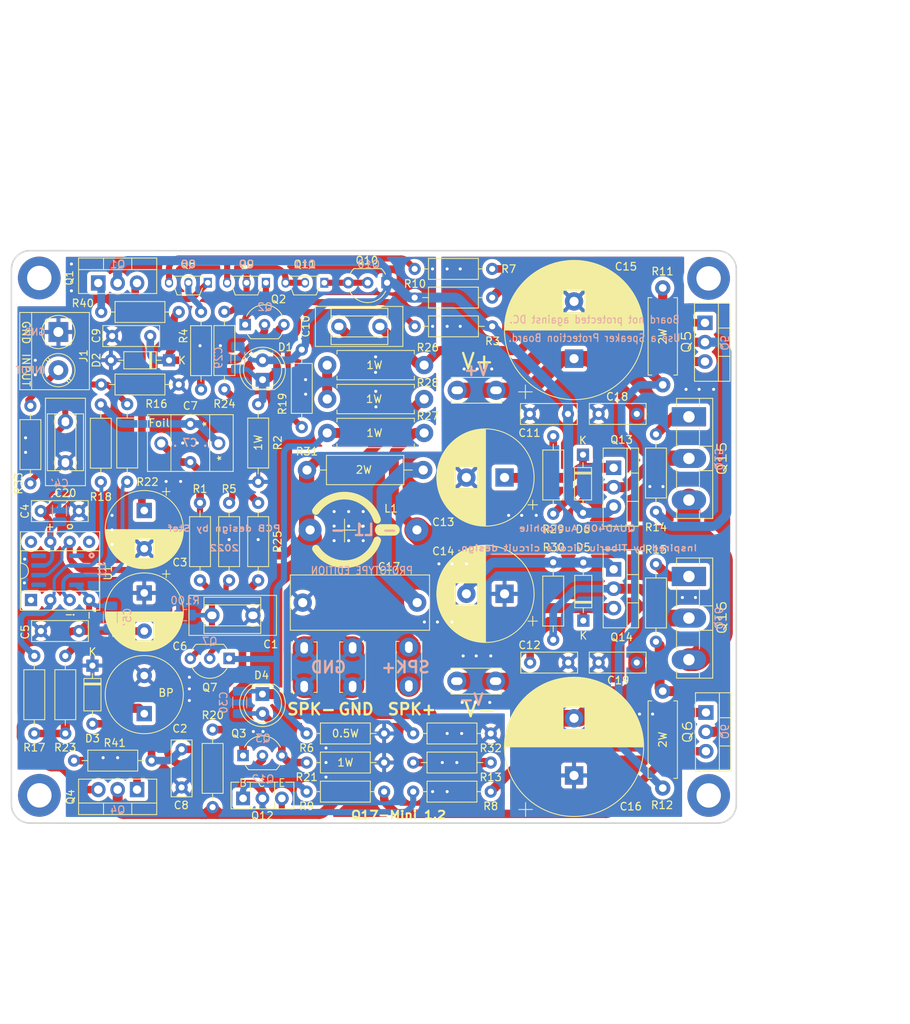
<source format=kicad_pcb>
(kicad_pcb (version 20211014) (generator pcbnew)
  (title_block (title "Q17-Mini the Quad405 reborn") (date "2022-03-06") (rev "1.2") (company "PCB design by Stef") (comment 1 "Zize 95 x 75 mm"))
  (layers (0 "F.Cu" signal) (31 "B.Cu" signal) (34 "B.Paste" user) (35 "F.Paste" user) (36 "B.SilkS" user "B.Silkscreen") (37 "F.SilkS" user "F.Silkscreen") (38 "B.Mask" user) (39 "F.Mask" user) (44 "Edge.Cuts" user))
  (net 0 "")
  (net 1 "GND")
  (net 2 "Net-(C1-Pad1)")
  (net 3 "Net-(C2-Pad1)")
  (net 4 "Net-(C3-Pad1)")
  (net 5 "Net-(C5-Pad2)")
  (net 6 "Net-(C7-Pad1)")
  (net 7 "Net-(R17-Pad2)")
  (net 8 "Net-(C8-Pad2)")
  (net 9 "Net-(C9-Pad2)")
  (net 10 "Net-(C10-Pad2)")
  (net 11 "Net-(C10-Pad1)")
  (net 12 "Net-(C11-Pad2)")
  (net 13 "GNDPWR")
  (net 14 "Net-(C12-Pad2)")
  (net 15 "Net-(C13-Pad1)")
  (net 16 "Net-(C14-Pad2)")
  (net 17 "Net-(C15-Pad1)")
  (net 18 "Net-(C16-Pad2)")
  (net 19 "Net-(C17-Pad1)")
  (net 20 "Net-(C29-Pad2)")
  (net 21 "Net-(C30-Pad1)")
  (net 22 "Net-(L1-Pad2)")
  (net 23 "Net-(J2-1-Pad1)")
  (net 24 "Net-(Q2-Pad1)")
  (net 25 "Net-(Q3-Pad1)")
  (net 26 "Net-(Q8-Pad2)")
  (net 27 "Net-(Q5-Pad3)")
  (net 28 "Net-(Q5-Pad2)")
  (net 29 "Net-(Q5-Pad1)")
  (net 30 "Net-(Q6-Pad3)")
  (net 31 "Net-(Q6-Pad2)")
  (net 32 "Net-(Q6-Pad1)")
  (net 33 "Net-(Q15-Pad1)")
  (net 34 "Net-(Q16-Pad1)")
  (net 35 "Net-(J1-Pad2)")
  (net 36 "Net-(R24-Pad2)")
  (net 37 "Net-(R26-Pad2)")
  (net 38 "Net-(Q8-Pad1)")
  (net 39 "Net-(Q7-Pad2)")
  (net 40 "Net-(Q10-Pad2)")
  (net 41 "Net-(Q9-Pad1)")
  (net 42 "Net-(Q8-Pad3)")
  (net 43 "Net-(Q11-Pad2)")
  (net 44 "Net-(Q12-Pad2)")
  (net 45 "Net-(Q12-Pad1)")
  (net 49 "Net-(C7-Pad2)")
  (net 50 "Net-(Q1-Pad1)")
  (net 51 "Net-(Q4-Pad1)")
  (net 52 "Net-(C20-Pad2)")
  (net 53 "Net-(R22-Pad2)")
  (footprint "Q17_Library:Q12_BD139" (layer "F.Cu") (at 130.167004 126.824037)
    (fp_text reference "Q12")
    (fp_text value "BD139")
  )
  (footprint "Package_TO_SOT_THT:TO-220-3_Vertical" (layer "F.Cu") (at 178.73 83.51722 -90)
    (fp_text reference "Q13")
    (fp_text value "IRF610")
  )
  (footprint "Q17_Library:Faston_Connector_63849-1_TEC" (layer "F.Cu") (at 158.181495 111.463037 180)
    (fp_text reference "J3-3")
    (fp_text value "V-")
  )
  (footprint "Resistor_THT:R_Axial_DIN0207_L6.3mm_D2.5mm_P10.16mm_Horizontal" (layer "F.Cu") (at 137.861495 68.029037 -90)
    (fp_text reference "R19")
    (fp_text value "330R")
  )
  (footprint "LED_THT:LED_D5.0mm" (layer "F.Cu") (at 132.707004 113.162378 -90)
    (fp_text reference "D4")
    (fp_text value "RED 2V")
  )
  (footprint "Capacitor_THT:CP_Radial_D18.0mm_P7.50mm" (layer "F.Cu") (at 173.541041 123.825 90)
    (fp_text reference "C16")
    (fp_text value "2200uF/63V")
  )
  (footprint "Resistor_THT:R_Axial_DIN0207_L6.3mm_D2.5mm_P10.16mm_Horizontal" (layer "F.Cu") (at 162.626495 118.321037 180)
    (fp_text reference "R32")
    (fp_text value "10R")
  )
  (footprint "Resistor_THT:R_Axial_DIN0411_L9.9mm_D3.6mm_P12.70mm_Horizontal" (layer "F.Cu") (at 185.166 125.476 90)
    (fp_text reference "R12")
    (fp_text value "47R/2W")
  )
  (footprint "Package_TO_SOT_THT:TO-220-3_Vertical" (layer "F.Cu") (at 178.733018 96.816233 -90)
    (fp_text reference "Q14")
    (fp_text value "IRF9610")
  )
  (footprint "Capacitor_THT:C_Rect_L7.2mm_W2.5mm_P5.00mm_FKS2_FKP2_MKS2_MKP2" (layer "F.Cu") (at 172.786495 109.035525 180)
    (fp_text reference "C12")
    (fp_text value "100nF")
  )
  (footprint "Resistor_THT:R_Axial_DIN0207_L6.3mm_D2.5mm_P10.16mm_Horizontal" (layer "F.Cu") (at 138.496495 118.321037)
    (fp_text reference "R6")
    (fp_text value "100R/0.5W")
  )
  (footprint "MountingHole:MountingHole_3.2mm_M3_DIN965_Pad_TopBottom" (layer "F.Cu") (at 191.18882 126.440889)
    (fp_text reference "H3")
    (fp_text value "MountingHole_3.2mm_M3_DIN965_Pad_TopBottom")
  )
  (footprint "Resistor_THT:R_Axial_DIN0207_L6.3mm_D2.5mm_P10.16mm_Horizontal" (layer "F.Cu") (at 106.873495 118.321037 90)
    (fp_text reference "R23")
    (fp_text value "8k2")
  )
  (footprint "Resistor_THT:R_Axial_DIN0207_L6.3mm_D2.5mm_P10.16mm_Horizontal" (layer "F.Cu") (at 138.496495 122.131037)
    (fp_text reference "R21")
    (fp_text value "5k6/1W")
  )
  (footprint "Resistor_THT:R_Axial_DIN0207_L6.3mm_D2.5mm_P10.16mm_Horizontal" (layer "F.Cu") (at 111.578981 63.102516)
    (fp_text reference "R40")
    (fp_text value "10R")
  )
  (footprint "Resistor_THT:R_Axial_DIN0207_L6.3mm_D2.5mm_P10.16mm_Horizontal" (layer "F.Cu") (at 152.466495 125.941037)
    (fp_text reference "R8")
    (fp_text value "120R")
  )
  (footprint "Resistor_THT:R_Axial_DIN0207_L6.3mm_D2.5mm_P10.16mm_Horizontal" (layer "F.Cu") (at 128.337255 88.108855 -90)
    (fp_text reference "R5")
    (fp_text value "10R")
  )
  (footprint "Resistor_THT:R_Axial_DIN0207_L6.3mm_D2.5mm_P10.16mm_Horizontal" (layer "F.Cu") (at 102.301495 85.555037 90)
    (fp_text reference "R33")
    (fp_text value "680R")
  )
  (footprint "Capacitor_THT:C_Rect_L7.2mm_W2.5mm_P5.00mm_FKS2_FKP2_MKS2_MKP2" (layer "F.Cu") (at 167.743935 76.460045)
    (fp_text reference "C11")
    (fp_text value "100nF")
  )
  (footprint "Capacitor_THT:CP_Radial_D10.0mm_P5.00mm" (layer "F.Cu") (at 117.221 99.906037 -90)
    (fp_text reference "C6")
    (fp_text value "100uF/16V")
  )
  (footprint "Diode_THT:D_DO-35_SOD27_P7.62mm_Horizontal" (layer "F.Cu") (at 120.468981 69.426289 180)
    (fp_text reference "D2")
    (fp_text value "1N5248B")
  )
  (footprint "LED_THT:LED_D5.0mm" (layer "F.Cu") (at 132.725807 71.973424 90)
    (fp_text reference "D1")
    (fp_text value "RED 2V")
  )
  (footprint "Capacitor_THT:C_Rect_L18.0mm_W7.0mm_P15.00mm_FKS3_FKP3" (layer "F.Cu") (at 152.981495 101.176037 180)
    (fp_text reference "C17")
    (fp_text value "100nF MKP")
  )
  (footprint "Q17_Library:C_Mica_v2_L11.4mm_W4.3mm_H9.1_P5.9mm_mix" (layer "F.Cu") (at 125.83602 102.847763)
    (fp_text reference "C1")
    (fp_text value "470p Mica")
  )
  (footprint "Diode_THT:D_DO-35_SOD27_P7.62mm_Horizontal" (layer "F.Cu") (at 110.429495 109.431037 -90)
    (fp_text reference "D3")
    (fp_text value "1N5248B")
  )
  (footprint "Q17_Library:C_Mica_v2_L11.4mm_W4.3mm_H9.1_P5.9mm_mix" (layer "F.Cu") (at 106.887219 83.102542 90)
    (fp_text reference "C20")
    (fp_text value "1nF")
  )
  (footprint "Resistor_THT:R_Axial_DIN0207_L6.3mm_D2.5mm_P10.16mm_Horizontal" (layer "F.Cu") (at 132.147255 75.190119 -90)
    (fp_text reference "R2")
    (fp_text value "5k6/1W")
  )
  (footprint "MountingHole:MountingHole_3.2mm_M3_DIN965_Pad_TopBottom" (layer "F.Cu") (at 103.463294 58.647028 180)
    (fp_text reference "H1")
    (fp_text value "MountingHole")
  )
  (footprint "Capacitor_THT:CP_Radial_D12.5mm_P5.00mm" (layer "F.Cu") (at 164.435 100.02722 180)
    (fp_text reference "C14")
    (fp_text value "220uF/63V")
  )
  (footprint "Diode_THT:D_DO-35_SOD27_P7.62mm_Horizontal" (layer "F.Cu") (at 174.715178 81.795433 -90)
    (fp_text reference "D6")
    (fp_text value "1N5245B")
  )
  (footprint "Capacitor_THT:CP_Radial_D10.0mm_P5.00mm" (layer "F.Cu") (at 117.221 89.111037 -90)
    (fp_text reference "C3")
    (fp_text value "100uF/16V")
  )
  (footprint "Q17_Library:Faston_Connector_63849-1_TEC" (layer "F.Cu") (at 144.526 107.096257 90)
    (fp_text reference "J3-2")
    (fp_text value "GND")
  )
  (footprint "Q17_Library:Faston_Connector_63849-1_TEC" (layer "F.Cu") (at 151.892 112.098037 -90)
    (fp_text reference "J2-1")
    (fp_text value "SPK+")
  )
  (footprint "Resistor_THT:R_Axial_DIN0207_L6.3mm_D2.5mm_P10.16mm_Horizontal" (layer "F.Cu") (at 170.810657 95.893438 -90)
    (fp_text reference "R30")
    (fp_text value "100R")
  )
  (footprint "Package_TO_SOT_THT:TO-220-3_Vertical" (layer "F.Cu") (at 116.271495 125.674 180)
    (fp_text reference "Q4")
    (fp_text value "IRF9610")
  )
  (footprint "Package_TO_SOT_THT:TO-92S_Wide" (layer "F.Cu") (at 133.162495 59.266037 180)
    (fp_text reference "Q9")
    (fp_text value "ZVP2106A")
  )
  (footprint "Resistor_THT:R_Axial_DIN0411_L9.9mm_D3.6mm_P12.70mm_Horizontal" (layer "F.Cu") (at 141.193195 78.951037)
    (fp_text reference "R27")
    (fp_text value "560R/1W")
  )
  (footprint "Package_TO_SOT_THT:TO-92_Inline_Wide" (layer "F.Cu") (at 128.341138 108.488597 180)
    (fp_text reference "Q7")
    (fp_text value "KSC1845")
  )
  (footprint "Resistor_THT:R_Axial_DIN0207_L6.3mm_D2.5mm_P10.16mm_Horizontal" (layer "F.Cu") (at 111.525847 85.372546 90)
    (fp_text reference "R18")
    (fp_text value "22k")
  )
  (footprint "Q17_Library:C_Mica_v2_L11.4mm_W4.3mm_H9.1_P5.9mm_mix" (layer "F.Cu") (at 148.351847 64.996938 180)
    (fp_text reference "C10")
    (fp_text value "47pF Mica")
  )
  (footprint "Resistor_THT:R_Axial_DIN0207_L6.3mm_D2.5mm_P10.16mm_Horizontal" (layer "F.Cu") (at 170.815 89.535 90)
    (fp_text reference "R29")
    (fp_text value "100R")
  )
  (footprint "Package_TO_SOT_THT:TO-3P-3_Vertical" (layer "F.Cu") (at 188.595 76.835 -90)
    (fp_text reference "Q15")
    (fp_text value "FQA46N15")
  )
  (footprint "Package_TO_SOT_THT:TO-92_Inline_Wide" (layer "F.Cu") (at 130.167004 121.221037)
    (fp_text reference "Q3")
    (fp_text value "KSC1845")
  )
  (footprint "Package_TO_SOT_THT:TO-3P-3_Vertical" (layer "F.Cu") (at 188.595 97.75222 -90)
    (fp_text reference "Q16")
    (fp_text value "FQA36P15")
  )
  (footprint "Resistor_THT:R_Axial_DIN0411_L9.9mm_D3.6mm_P12.70mm_Horizontal" (layer "F.Cu") (at 141.193195 74.506037)
    (fp_text reference "R28")
    (fp_text value "22R/1W")
  )
  (footprint "Q17_Library:C_Rect_L7.2mm_W11.0mm_P5.00mm_MKP2_Custom" (layer "F.Cu") (at 123.256495 77.770119 -90)
    (fp_text reference "C7")
    (fp_text value "1uF MKP")
  )
  (footprint "Capacitor_THT:C_Rect_L7.2mm_W2.5mm_P5.00mm_FKS2_FKP2_MKS2_MKP2" (layer "F.Cu") (at 122.113495 125.393037 90)
    (fp_text reference "C8")
    (fp_text value "100nF")
  )
  (footprint "Resistor_THT:R_Axial_DIN0207_L6.3mm_D2.5mm_P10.16mm_Horizontal" (layer "F.Cu") (at 121.738981 72.601289 180)
    (fp_text reference "R16")
    (fp_text value "22k")
  )
  (footprint "Capacitor_THT:C_Rect_L7.2mm_W2.5mm_P5.00mm_FKS2_FKP2_MKS2_MKP2" (layer "F.Cu") (at 103.672 104.902)
    (fp_text reference "C5")
    (fp_text value "100nF")
  )
  (footprint "Resistor_THT:R_Axial_DIN0207_L6.3mm_D2.5mm_P10.16mm_Horizontal" (layer "F.Cu") (at 127.723168 63.072897 -90)
    (fp_text reference "R24")
    (fp_text value "10k")
  )
  (footprint "Capacitor_THT:CP_Radial_D12.5mm_P5.00mm" (layer "F.Cu") (at 164.435 84.78722 180)
    (fp_text reference "C13")
    (fp_text value "220uF/63V")
  )
  (footprint "Package_TO_SOT_THT:TO-92_Inline_Wide" (layer "F.Cu") (at 130.442168 64.756205)
    (fp_text reference "Q2")
    (fp_text value "KSA992")
  )
  (footprint "Capacitor_THT:C_Rect_L7.2mm_W2.5mm_P5.00mm_FKS2_FKP2_MKS2_MKP2" (layer "F.Cu") (at 108.651495 89.18142 180)
    (fp_text reference "C4")
    (fp_text value "100nF")
  )
  (footprint "MountingHole:MountingHole_3.2mm_M3_DIN965_Pad_TopBottom" (layer "F.Cu") (at 191.175082 58.697768 180)
    (fp_text reference "H2")
    (fp_text value "MountingHole")
  )
  (footprint "Resistor_THT:R_Axial_DIN0207_L6.3mm_D2.5mm_P10.16mm_Horizontal" (layer "F.Cu") (at 124.664255 73.248795 90)
    (fp_text reference "R4")
    (fp_text value "100R")
  )
  (footprint "Resistor_THT:R_Axial_DIN0207_L6.3mm_D2.5mm_P10.16mm_Horizontal" (layer "F.Cu") (at 138.496495 125.941037)
    (fp_text reference "R9")
    (fp_text value "100R")
  )
  (footprint "Resistor_THT:R_Axial_DIN0411_L9.9mm_D3.6mm_P15.24mm_Horizontal" (layer "F.Cu") (at 138.542982 83.805095)
    (fp_text reference "R31")
    (fp_text value "10R/2W")
  )
  (footprint "Capacitor_THT:C_Rect_L7.2mm_W2.5mm_P5.00mm_FKS2_FKP2_MKS2_MKP2" (layer "F.Cu") (at 113.009495 66.251037)
    (fp_text reference "C9")
    (fp_text value "100nF")
  )
  (footprint "Resistor_THT:R_Axial_DIN0207_L6.3mm_D2.5mm_P10.16mm_Horizontal" (layer "F.Cu") (at 124.527255 88.108855 -90)
    (fp_text reference "R1")
    (fp_text value "2.7k")
  )
  (footprint "Package_TO_SOT_THT:TO-220-3_Vertical" (layer "F.Cu") (at 190.825 115.57 -90)
    (fp_text reference "Q6")
    (fp_text value "FQP3N30")
  )
  (footprint "Q17_Library:L_Axial_L22mm_D10mm_P21mm_vertical_Q17_Mini" (layer "F.Cu") (at 138.953095 91.651837)
    (fp_text reference "L1")
    (fp_text value "1u2")
  )
  (footprint "Q17_Library:Faston_Connector_63849-1_TEC" (layer "F.Cu") (at 138.176 107.096257 90)
    (fp_text reference "J2-2")
    (fp_text value "SPK-")
  )
  (footprint "Resistor_THT:R_Axial_DIN0411_L9.9mm_D3.6mm_P12.70mm_Horizontal" (layer "F.Cu") (at 153.893195 70.061037 180)
    (fp_text reference "R26")
    (fp_text value "22R/1W")
  )
  (footprint "Resistor_THT:R_Axial_DIN0207_L6.3mm_D2.5mm_P10.16mm_Horizontal" (layer "F.Cu") (at 126.177495 127.973037 90)
    (fp_text reference "R20")
    (fp_text value "330R")
  )
  (footprint "Resistor_THT:R_Axial_DIN0207_L6.3mm_D2.5mm_P10.16mm_Horizontal" (layer "F.Cu") (at 184.277 89.281 90)
    (fp_text reference "R14")
    (fp_text value "330R")
  )
  (footprint "Resistor_THT:R_Axial_DIN0207_L6.3mm_D2.5mm_P10.16mm_Horizontal" (layer "F.Cu") (at 184.277 106.299 90)
    (fp_text reference "R15")
    (fp_text value "330R")
  )
  (footprint "Resistor_THT:R_Axial_DIN0207_L6.3mm_D2.5mm_P10.16mm_Horizontal" (layer "F.Cu") (at 108.016495 121.877037)
    (fp_text reference "R41")
    (fp_text value "10R")
  )
  (footprint "Package_TO_SOT_THT:TO-220-3_Vertical" (layer "F.Cu") (at 190.698 64.516 -90)
    (fp_text reference "Q5")
    (fp_text value "FQP3P20")
  )
  (footprint "Resistor_THT:R_Axial_DIN0207_L6.3mm_D2.5mm_P10.16mm_Horizontal" (layer "F.Cu") (at 152.654 57.4548)
    (fp_text reference "R7")
    (fp_text value "100R")
  )
  (footprint "Package_TO_SOT_THT:TO-92_Inline_Wide" (layer "F.Cu") (at 149.037495 59.266037 180)
    (fp_text reference "Q10")
    (fp_text value "KSA992")
  )
  (footprint "Resistor_THT:R_Axial_DIN0207_L6.3mm_D2.5mm_P10.16mm_Horizontal" (layer "F.Cu") (at 162.626495 122.131037 180)
    (fp_text reference "R13")
    (fp_text value "10R")
  )
  (footprint "Resistor_THT:R_Axial_DIN0207_L6.3mm_D2.5mm_P10.16mm_Horizontal" (layer "F.Cu") (at 132.147255 88.108855 -90)
    (fp_text reference "R25")
    (fp_text value "7k5")
  )
  (footprint "Capacitor_THT:CP_Radial_D18.0mm_P7.50mm" (layer "F.Cu") (at 173.541041 69.215 90)
    (fp_text reference "C15")
    (fp_text value "2200uF/63V")
  )
  (footprint "Resistor_THT:R_Axial_DIN0207_L6.3mm_D2.5mm_P10.16mm_Horizontal" (layer "F.Cu") (at 152.654 61.214)
    (fp_text reference "R10")
    (fp_text value "10R")
  )
  (footprint "MountingHole:MountingHole_3.2mm_M3_DIN965_Pad_TopBottom" (layer "F.Cu") (at 103.475185 126.428054 180)
    (fp_text reference "H4")
    (fp_text value "MountingHole")
  )
  (footprint "Package_TO_SOT_THT:TO-92S_Wide" (layer "F.Cu") (at 125.542495 59.266037 180)
    (fp_text reference "Q8")
    (fp_text value "ZVN4206AV")
  )
  (footprint "Package_TO_SOT_THT:TO-220-3_Vertical" (layer "F.Cu") (at 111.191495 59.305919)
    (fp_text reference "Q1")
    (fp_text value "IRF610")
  )
  (footprint "Resistor_THT:R_Axial_DIN0207_L6.3mm_D2.5mm_P10.16mm_Horizontal" (layer "F.Cu") (at 162.819514 64.981037 180)
    (fp_text reference "R3")
    (fp_text value "150R")
  )
  (footprint "Resistor_THT:R_Axial_DIN0411_L9.9mm_D3.6mm_P12.70mm_Horizontal" (layer "F.Cu") (at 185.166 59.944 -90)
    (fp_text reference "R11")
    (fp_text value "47R/2W")
  )
  (footprint "Capacitor_THT:C_Rect_L7.2mm_W2.5mm_P5.00mm_FKS2_FKP2_MKS2_MKP2" (layer "F.Cu") (at 181.760783 109.035525 180)
    (fp_text reference "C19")
    (fp_text value "100nF")
  )
  (footprint "TerminalBlock_Phoenix:TerminalBlock_Phoenix_PT-1,5-2-5.0-H_1x02_P5.00mm_Horizontal" (layer "F.Cu") (at 105.96273 65.720802 -90)
    (fp_text reference "J1")
    (fp_text value "Input")
  )
  (footprint "Capacitor_THT:CP_Radial_D10.0mm_P5.00mm" (layer "F.Cu") (at 117.221 115.729897 90)
    (fp_text reference "C2")
    (fp_text value "100uF/10V BP")
  )
  (footprint "Resistor_THT:R_Axial_DIN0207_L6.3mm_D2.5mm_P10.16mm_Horizontal" (layer "F.Cu") (at 114.986655 75.185554 -90)
    (fp_text reference "R22")
    (fp_text value "100")
  )
  (footprint "Package_TO_SOT_THT:TO-92S_Wide" (layer "F.Cu") (at 140.817495 59.266037 180)
    (fp_text reference "Q11")
    (fp_text value "ZVP2106A")
  )
  (footprint "Package_DIP:DIP-8_W7.62mm_Socket" (layer "F.Cu") (at 102.372 100.838 90)
    (fp_text reference "U1'")
    (fp_text value "OPA1641")
  )
  (footprint "Diode_THT:D_DO-35_SOD27_P7.62mm_Horizontal" (layer "F.Cu") (at 174.75491 103.540998 90)
    (fp_text reference "D5")
    (fp_text value "1N5245B")
  )
  (footprint "Q17_Library:Faston_Connector_63849-1_TEC" (layer "F.Cu") (at 158.2296 73.35722 180)
    (fp_text reference "J3-1")
    (fp_text value "V+")
  )
  (footprint "Resistor_THT:R_Axial_DIN0207_L6.3mm_D2.5mm_P10.16mm_Horizontal" (layer "F.Cu") (at 102.809495 118.321037 90)
    (fp_text reference "R17")
    (fp_text value "7.32k")
  )
  (footprint "Capacitor_THT:C_Rect_L7.2mm_W2.5mm_P5.00mm_FKS2_FKP2_MKS2_MKP2" (layer "F.Cu") (at 176.764959 76.454)
    (fp_text reference "C18")
    (fp_text value "100nF")
  )
  (footprint "Capacitor_SMD:C_1206_3216Metric" (layer "B.Cu") (at 112.776 103.081037 -90)
    (fp_text reference "C5'")
    (fp_text value "100nF")
  )
  (footprint "Capacitor_SMD:C_1206_3216Metric" (layer "B.Cu") (at 129.479495 69.094037 -90)
    (fp_text reference "C29")
    (fp_text value "100nF COG")
  )
  (footprint "Resistor_SMD:R_0805_2012Metric" (layer "B.Cu") (at 122.575354 102.814993 180)
    (fp_text reference "R100")
    (fp_text value "N.C")
  )
  (footprint "Capacitor_SMD:C_1206_3216Metric" (layer "B.Cu") (at 129.733495 114.257037 90)
    (fp_text reference "C30")
    (fp_text value "100nF COG")
  )
  (footprint "Package_SO:SOIC-8_3.9x4.9mm_P1.27mm" (layer "B.Cu") (at 105.854717 96.943097 180)
    (fp_text reference "U1")
    (fp_text value "OPA1641")
  )
  (footprint "Capacitor_SMD:C_1206_3216Metric" (layer "B.Cu") (at 106.111495 89.111037 90)
    (fp_text reference "C4'")
    (fp_text value "100nF")
  )
  (gr_line (start 194.806412 57.518381) (end 194.806634 127.615543) (layer "Edge.Cuts") (width 0.2))
  (gr_arc (start 99.811698 57.512454) (mid 100.529286 55.780043) (end 102.261697 55.062455) (layer "Edge.Cuts") (width 0.2))
  (gr_arc (start 194.806634 127.615543) (mid 194.089046 129.347954) (end 192.356635 130.065542) (layer "Edge.Cuts") (width 0.2))
  (gr_arc (start 192.366412 55.068383) (mid 194.092356 55.789502) (end 194.806412 57.518381) (layer "Edge.Cuts") (width 0.2))
  (gr_line (start 102.261697 55.062455) (end 192.366412 55.068383) (layer "Edge.Cuts") (width 0.2))
  (gr_arc (start 102.258328 130.064239) (mid 100.495701 129.315898) (end 99.80985 127.528029) (layer "Edge.Cuts") (width 0.2))
  (gr_line (start 102.258328 130.064239) (end 192.356635 130.065542) (layer "Edge.Cuts") (width 0.2))
  (gr_line (start 99.811698 57.512454) (end 99.80985 127.528029) (layer "Edge.Cuts") (width 0.2))
  (gr_text "Q12" (at 132.781495 124.290037) (layer "B.SilkS") (effects (font (size 1 1)) (justify mirror)))
  (gr_text "Q15" (at 192.471495 82.380037 -90) (layer "B.SilkS") (effects (font (size 1 1)) (justify mirror)))
  (gr_text "GND" (at 141.35886 109.641118) (layer "B.SilkS") (effects (font (size 1.5 1.5) (thickness 0.3)) (justify mirror)))
  (gr_text "- L1 -" (at 145.986337 91.645964) (layer "B.SilkS") (effects (font (size 1.5 1.5) (thickness 0.3)) (justify mirror)))
  (gr_text "Q1" (at 113.731495 56.853037) (layer "B.SilkS") (effects (font (size 1 1)) (justify mirror)))
  (gr_text "PROTOTYPE EDITION" (at 145.735495 96.985037) (layer "B.SilkS") (effects (font (size 1 0.9)) (justify mirror)))
  (gr_text ". C7 ." (at 123.234841 80.221037) (layer "B.SilkS") (effects (font (size 1 1) (thickness 0.2)) (justify mirror)))
  (gr_text "V-" (at 160.086495 113.876037) (layer "B.SilkS") (effects (font (size 1.5 1.5) (thickness 0.3)) (justify mirror)))
  (gr_text "V+" (at 160.721495 70.696037) (layer "B.SilkS") (effects (font (size 1.5 1.5) (thickness 0.3)) (justify mirror)))
  (gr_text "°" (at 111.125 94.996 -270) (layer "B.SilkS") (effects (font (size 2 2) (thickness 0.25))))
  (gr_text "Q4" (at 113.731495 128.354037) (layer "B.SilkS") (effects (font (size 1 1)) (justify mirror)))
  (gr_text "Q2" (at 133.035495 62.441037) (layer "B.SilkS") (effects (font (size 1 1)) (justify mirror)))
  (gr_text "Q3" (at 132.781495 118.956037) (layer "B.SilkS") (effects (font (size 1 1)) (justify mirror)))
  (gr_text "Q5" (at 193.233495 67.140037 -90) (layer "B.SilkS") (effects (font (size 1 1)) (justify mirror)))
  (gr_text "Board not protected against DC." (at 176.215495 64.092037) (layer "B.SilkS") (effects (font (size 1 0.9)) (justify mirror)))
  (gr_text "Q9" (at 130.622495 56.853037) (layer "B.SilkS") (effects (font (size 1 1)) (justify mirror)))
  (gr_text "Use a Speaker Protection Board." (at 176.215495 66.505037) (layer "B.SilkS") (effects (font (size 1 0.9)) (justify mirror)))
  (gr_text "Q11" (at 138.242495 56.853037) (layer "B.SilkS") (effects (font (size 1 1)) (justify mirror)))
  (gr_text "Q7" (at 125.796495 106.256037) (layer "B.SilkS") (effects (font (size 1 1)) (justify mirror)))
  (gr_text "QUAD405 Audiophile\n\nInspired by Tiberiu Vicol's circuit design." (at 173.959279 92.743809) (layer "B.SilkS") (effects (font (size 0.8 1) (thickness 0.175)) (justify mirror)))
  (gr_text "GND" (at 102.880066 65.723416) (layer "B.SilkS") (effects (font (size 0.9 0.9)) (justify mirror)))
  (gr_text "INPUT" (at 102.301495 70.728429) (layer "B.SilkS") (effects (font (size 0.9 0.9)) (justify mirror)))
  (gr_text "Q8" (at 123.002495 56.853037) (layer "B.SilkS") (effects (font (size 1 1)) (justify mirror)))
  (gr_text "PCB design by Stef\n\n2022\n" (at 127.701495 92.743809) (layer "B.SilkS") (effects (font (size 0.8 1) (thickness 0.175)) (justify mirror)))
  (gr_text "Q10" (at 146.624495 56.853037) (layer "B.SilkS") (effects (font (size 1 1)) (justify mirror)))
  (gr_text "Q16" (at 192.471495 103.208037 -90) (layer "B.SilkS") (effects (font (size 1 1)) (justify mirror)))
  (gr_text "Q6" (at 193.233495 118.067037 -90) (layer "B.SilkS") (effects (font (size 1 1)) (justify mirror)))
  (gr_text "SPK+" (at 151.461889 109.638794) (layer "B.SilkS") (effects (font (size 1.5 1.5) (thickness 0.3)) (justify mirror)))
  (gr_text "Foil" (at 119.164043 77.641746) (layer "F.SilkS") (effects (font (size 1 1))))
  (gr_text "i" (at 107.456847 102.771617 -90) (layer "F.SilkS") (effects (font (size 1 1))))
  (gr_text "2W" (at 185.166 119.126 -270) (layer "F.SilkS") (effects (font (size 1 1))))
  (gr_text "o" (at 107.604069 91.214695 -90) (layer "F.SilkS") (effects (font (size 1 1))))
  (gr_text "2W" (at 145.989495 83.777037) (layer "F.SilkS") (effects (font (size 1 1))))
  (gr_text "1W" (at 143.576495 122.131037) (layer "F.SilkS") (effects (font (size 1 1))))
  (gr_text "1W" (at 147.386495 70.061037) (layer "F.SilkS") (effects (font (size 1 1))))
  (gr_text "1W" (at 147.327095 74.506037) (layer "F.SilkS") (effects (font (size 1 1))))
  (gr_text "2W" (at 185.166 66.294 -270) (layer "F.SilkS") (effects (font (size 1 1))))
  (gr_text "INPUT" (at 101.727 70.71079 -90) (layer "F.SilkS") (effects (font (size 1 1))))
  (gr_text "1W" (at 132.146495 80.221037 -270) (layer "F.SilkS") (effects (font (size 1 1))))
  (gr_text "+" (at 104.92495 91.271072 -90) (layer "F.SilkS") (effects (font (size 1 1))))
  (gr_text "BP" (at 120.081495 112.987037) (layer "F.SilkS") (effects (font (size 1 1))))
  (gr_text "0.5W" (at 143.576495 118.321037) (layer "F.SilkS") (effects (font (size 1 1))))
  (gr_text "-" (at 110.067692 102.848885 -90) (layer "F.SilkS") (effects (font (size 1 1))))
  (gr_text "GND" (at 101.727 65.786 -90) (layer "F.SilkS") (effects (font (size 1 1))))
  (gr_text "1W" (at 147.386495 78.951037) (layer "F.SilkS") (effects (font (size 1 1))))
  (gr_text "Q17-Mini 1.2" (at 150.549029 128.989037) (layer "F.SilkS") (effects (font (size 1 1.2) (thickness 0.25))))
  (via (at 156.276495 122.131037) (size 0.8) (drill 0.4) (layers "F.Cu" "B.Cu") (net 1))
  (via (at 147.581912 75.531029) (size 0.8) (drill 0.4) (layers "F.Cu" "B.Cu") (net 1))
  (via (at 147.558024 73.499029) (size 0.8) (drill 0.4) (layers "F.Cu" "B.Cu") (net 1))
  (via (at 156.911495 125.941037) (size 0.8) (drill 0.4) (layers "F.Cu" "B.Cu") (net 1))
  (via (at 120.081495 85.301037) (size 0.8) (drill 0.4) (layers "F.Cu" "B.Cu") (net 1))
  (via (at 101.666495 81.491037) (size 0.8) (drill 0.4) (layers "F.Cu" "B.Cu") (net 1))
  (via (at 123.129495 114.003037) (size 0.8) (drill 0.4) (layers "F.Cu" "B.Cu") (net 1))
  (via (at 101.510482 98.593096) (size 0.8) (drill 0.4) (layers "F.Cu" "B.Cu") (net 1))
  (via (at 102.936495 69.426037) (size 0.8) (drill 0.4) (layers "F.Cu" "B.Cu") (net 1))
  (via (at 158.816495 118.321037) (size 0.8) (drill 0.4) (layers "F.Cu" "B.Cu") (net 1))
  (via (at 141.036495 120.226037) (size 0.8) (drill 0.4) (layers "F.Cu" "B.Cu") (net 1))
  (via (at 101.547321 95.482384) (size 0.8) (drill 0.4) (layers "F.Cu" "B.Cu") (net 1))
  (via (at 112.995882 89.747634) (size 0.8) (drill 0.4) (layers "F.Cu" "B.Cu") (net 1))
  (via (at 112.997267 93.556037) (size 0.8) (drill 0.4) (layers "F.Cu" "B.Cu") (net 1))
  (via (at 156.911495 118.321037) (size 0.8) (drill 0.4) (layers "F.Cu" "B.Cu") (net 1))
  (via (at 147.534773 71.011229) (size 0.8) (drill 0.4) (layers "F.Cu" "B.Cu") (net 1))
  (via (at 131.511495 118.067037) (size 0.8) (drill 0.4) (layers "F.Cu" "B.Cu") (net 1))
  (via (at 124.163232 80.270119) (size 0.8) (drill 0.4) (layers "F.Cu" "B.Cu") (net 1))
  (via (at 101.666495 79.586037) (size 0.8) (drill 0.4) (layers "F.Cu" "B.Cu") (net 1))
  (via (at 154.993025 57.459451) (size 0.8) (drill 0.4) (layers "F.Cu" "B.Cu") (net 1))
  (via (at 155.006495 125.941037) (size 0.8) (drill 0.4) (layers "F.Cu" "B.Cu") (net 1))
  (via (at 112.997267 91.651037) (size 0.8) (drill 0.4) (layers "F.Cu" "B.Cu") (net 1))
  (via (at 123.129495 110.955037) (size 0.8) (drill 0.4) (layers "F.Cu" "B.Cu") (net 1))
  (via (at 141.036495 122.131037) (size 0.8) (drill 0.4) (layers "F.Cu" "B.Cu") (net 1))
  (via (at 132.146495 92.921037) (size 0.8) (drill 0.4) (layers "F.Cu" "B.Cu") (net 1))
  (via (at 132.781495 118.067037) (size 0.8) (drill 0.4) (layers "F.Cu" "B.Cu") (net 1))
  (via (at 147.534773 68.979229) (size 0.8) (drill 0.4) (layers "F.Cu" "B.Cu") (net 1))
  (via (at 102.936495 71.331037) (size 0.8) (drill 0.4) (layers "F.Cu" "B.Cu") (net 1))
  (via (at 128.337255 92.921037) (size 0.8) (drill 0.4) (layers "F.Cu" "B.Cu") (net 1))
  (via (at 121.986495 85.301037) (size 0.8) (drill 0.4) (layers "F.Cu" "B.Cu") (net 1))
  (via (at 124.526495 67.521037) (size 0.8) (drill 0.4) (layers "F.Cu" "B.Cu") (net 1))
  (via (at 141.036495 124.036037) (size 0.8) (drill 0.4) (layers "F.Cu" "B.Cu") (net 1))
  (via (at 111.826495 121.496037) (size 0.8) (drill 0.4) (layers "F.Cu" "B.Cu") (net 1))
  (via (at 127.193495 67.521037) (size 0.8) (drill 0.4) (layers "F.Cu" "B.Cu") (net 1))
  (via (at 158.181495 122.131037) (size 0.8) (drill 0.4) (layers "F.Cu" "B.Cu") (net 1))
  (via (at 107.672801 56.814414) (size 0.8) (drill 0.4) (layers "F.Cu" "B.Cu") (net 1))
  (via (at 107.672801 60.327757) (size 0.8) (drill 0.4) (layers "F.Cu" "B.Cu") (net 1))
  (via (at 138.369495 73.871037) (size 0.8) (drill 0.4) (layers "F.Cu" "B.Cu") (net 1))
  (via (at 138.363683 71.966037) (size 0.8) (drill 0.4) (layers "F.Cu" "B.Cu") (net 1))
  (via (at 113.731495 121.496037) (size 0.8) (drill 0.4) (layers "F.Cu" "B.Cu") (net 1))
  (via (at 155.006495 64.981037) (size 0.8) (drill 0.4) (layers "F.Cu" "B.Cu") (net 1))
  (via (at 122.258232 80.270119) (size 0.8) (drill 0.4) (layers "F.Cu" "B.Cu") (net 1))
  (via (at 123.129495 112.479037) (size 0.8) (drill 0.4) (layers "F.Cu" "B.Cu") (net 1))
  (segment (start 126.09002 100.245834) (end 126.09002 102.845136) (width 0.8) (layer "F.Cu") (net 2))
  (segment (start 126.09002 102.845136) (end 126.09002 105.245501) (width 0.8) (layer "F.Cu") (net 2))
  (segment (start 125.797127 105.952608) (end 123.261138 108.488597) (width 0.8) (layer "F.Cu") (net 2))
  (segment (start 124.527255 98.268855) (end 125.797127 99.538727) (width 0.8) (layer "F.Cu") (net 2))
  (arc (start 125.797127 99.538727) (mid 126.0139 99.86315) (end 126.09002 100.245834) (width 0.8) (layer "F.Cu") (net 2))
  (arc (start 125.797127 105.952608) (mid 126.0139 105.628185) (end 126.09002 105.245501) (width 0.8) (layer "F.Cu") (net 2))
  (segment (start 123.540807 102.827037) (end 126.274183 102.827037) (width 0.6) (layer "B.Cu") (net 2))
  (segment (start 106.873495 118.321037) (end 102.809495 118.321037) (width 1) (layer "F.Cu") (net 3))
  (segment (start 106.873495 118.321037) (end 106.873495 115.527037) (width 1.2) (layer "F.Cu") (net 3))
  (segment (start 106.873495 115.527037) (end 107.088602 115.31193) (width 1.2) (layer "F.Cu") (net 3))
  (segment (start 116.51014 115.019037) (end 117.221 115.729897) (width 1.2) (layer "F.Cu") (net 3))
  (segment (start 107.795709 115.019037) (end 116.51014 115.019037) (width 1.2) (layer "F.Cu") (net 3))
  (arc (start 107.795709 115.019037) (mid 107.413026 115.095157) (end 107.088602 115.31193) (width 1.2) (layer "F.Cu") (net 3))
  (segment (start 116.033757 59.543657) (end 116.033757 66.405979) (width 1) (layer "F.Cu") (net 4))
  (segment (start 111.384923 82.761037) (end 116.906495 82.761037) (width 1) (layer "F.Cu") (net 4))
  (segment (start 116.906495 68.107145) (end 116.906495 88.796532) (width 1) (layer "F.Cu") (net 4))
  (segment (start 104.550326 89.18142) (end 110.677816 83.05393) (width 1) (layer "F.Cu") (net 4))
  (segment (start 104.912 90.856139) (end 104.912 93.213106) (width 0.8) (layer "F.Cu") (net 4))
  (segment (start 103.651495 89.18142) (end 104.550326 89.18142) (width 1) (layer "F.Cu") (net 4))
  (segment (start 103.651495 89.18142) (end 104.619107 90.149032) (width 0.8) (layer "F.Cu") (net 4))
  (segment (start 116.32665 67.113086) (end 116.613602 67.400038) (width 1) (layer "F.Cu") (net 4))
  (arc (start 116.906495 68.107145) (mid 116.830375 67.724462) (end 116.613602 67.400038) (width 1) (layer "F.Cu") (net 4))
  (arc (start 116.32665 67.113086) (mid 116.109877 66.788663) (end 116.033757 66.405979) (width 1) (layer "F.Cu") (net 4))
  (arc (start 104.912 90.856139) (mid 104.83588 90.473456) (end 104.619107 90.149032) (width 0.8) (layer "F.Cu") (net 4))
  (arc (start 110.677816 83.05393) (mid 111.002239 82.837157) (end 111.384923 82.761037) (width 1) (layer "F.Cu") (net 4))
  (segment (start 106.111495 90.586037) (end 105.204893 91.492639) (width 0.5) (layer "B.Cu") (net 4))
  (segment (start 105.156 95.196024) (end 105.156 93.462) (width 0.5) (layer "B.Cu") (net 4))
  (segment (start 104.751034 96.015204) (end 104.863107 95.903131) (width 0.5) (layer "B.Cu") (net 4))
  (segment (start 104.912 92.199746) (end 104.912 93.218) (width 0.5) (layer "B.Cu") (net 4))
  (arc (start 104.043927 96.308097) (mid 104.42661 96.231977) (end 104.751034 96.015204) (width 0.5) (layer "B.Cu") (net 4))
  (arc (start 104.912 92.199746) (mid 104.98812 91.817063) (end 105.204893 91.492639) (width 0.5) (layer "B.Cu") (net 4))
  (arc (start 104.863107 95.903131) (mid 105.07988 95.578708) (end 105.156 95.196024) (width 0.5) (layer "B.Cu") (net 4))
  (segment (start 108.975671 125.381107) (end 106.671774 123.07721) (width 1) (layer "F.Cu") (net 5))
  (segment (start 105.073984 107.350953) (end 107.230044 105.194893) (width 1) (layer "F.Cu") (net 5))
  (segment (start 109.992 100.838) (end 109.992 103.167786) (width 0.8) (layer "F.Cu") (net 5))
  (segment (start 104.781091 112.887227) (end 104.781091 108.05806) (width 1) (layer "F.Cu") (net 5))
  (segment (start 111.191495 125.674) (end 109.682778 125.674) (width 1) (layer "F.Cu") (net 5))
  (segment (start 107.937151 104.902) (end 108.672 104.902) (width 1) (layer "F.Cu") (net 5))
  (segment (start 109.699107 103.874893) (end 108.672 104.902) (width 0.8) (layer "F.Cu") (net 5))
  (segment (start 104.410244 122.491424) (end 101.302877 119.384057) (width 1) (layer "F.Cu") (net 5))
  (segment (start 105.964667 122.784317) (end 105.117351 122.784317) (width 1) (layer "F.Cu") (net 5))
  (segment (start 108.676037 104.906037) (end 117.221 104.906037) (width 1) (layer "F.Cu") (net 5))
  (segment (start 101.009984 118.67695) (end 101.009984 117.486762) (width 1) (layer "F.Cu") (net 5))
  (segment (start 101.302877 116.779655) (end 104.488198 113.594334) (width 1) (layer "F.Cu") (net 5))
  (arc (start 101.302877 116.779655) (mid 101.086104 117.104078) (end 101.009984 117.486762) (width 1) (layer "F.Cu") (net 5))
  (arc (start 109.682778 125.674) (mid 109.300095 125.59788) (end 108.975671 125.381107) (width 1) (layer "F.Cu") (net 5))
  (arc (start 109.992 103.167786) (mid 109.91588 103.550469) (end 109.699107 103.874893) (width 0.8) (layer "F.Cu") (net 5))
  (arc (start 101.302877 119.384057) (mid 101.086104 119.059634) (end 101.009984 118.67695) (width 1) (layer "F.Cu") (net 5))
  (arc (start 104.781091 108.05806) (mid 104.857211 107.675377) (end 105.073984 107.350953) (width 1) (layer "F.Cu") (net 5))
  (arc (start 104.488198 113.594334) (mid 104.704971 113.269911) (end 104.781091 112.887227) (width 1) (layer "F.Cu") (net 5))
  (arc (start 107.937151 104.902) (mid 107.554468 104.97812) (end 107.230044 105.194893) (width 1) (layer "F.Cu") (net 5))
  (arc (start 105.964667 122.784317) (mid 106.34735 122.860437) (end 106.671774 123.07721) (width 1) (layer "F.Cu") (net 5))
  (arc (start 105.117351 122.784317) (mid 104.734668 122.708197) (end 104.410244 122.491424) (width 1) (layer "F.Cu") (net 5))
  (segment (start 108.329717 98.848097) (end 109.992 100.51038) (width 0.6) (layer "B.Cu") (net 5))
  (segment (start 111.174251 101.606037) (end 112.776 101.606037) (width 0.6) (layer "B.Cu") (net 5))
  (segment (start 109.992 100.838) (end 110.467144 101.313144) (width 0.6) (layer "B.Cu") (net 5))
  (arc (start 111.174251 101.606037) (mid 110.791568 101.529917) (end 110.467144 101.313144) (width 0.6) (layer "B.Cu") (net 5))
  (segment (start 113.790527 77.477226) (end 111.575132 75.261831) (width 1) (layer "B.Cu") (net 6))
  (segment (start 124.406495 77.770119) (end 126.946495 80.310119) (width 1) (layer "B.Cu") (net 6))
  (segment (start 123.256495 77.770119) (end 114.497634 77.770119) (width 1) (layer "B.Cu") (net 6))
  (segment (start 123.256495 77.770119) (end 124.406495 77.770119) (width 1) (layer "B.Cu") (net 6))
  (arc (start 114.497634 77.770119) (mid 114.114951 77.693999) (end 113.790527 77.477226) (width 1) (layer "B.Cu") (net 6))
  (segment (start 105.702893 97.678283) (end 106.780186 96.60099) (width 0.4) (layer "B.Cu") (net 7))
  (segment (start 110.637328 96.015204) (end 111.308606 95.343926) (width 0.5) (layer "B.Cu") (net 7))
  (segment (start 101.575021 102.537511) (end 103.657297 102.537511) (width 0.8) (layer "B.Cu") (net 7))
  (segment (start 101.324388 102.788144) (end 101.575021 102.537511) (width 0.8) (layer "B.Cu") (net 7))
  (segment (start 101.031495 105.968823) (end 101.031495 103.495251) (width 0.8) (layer "B.Cu") (net 7))
  (segment (start 111.601499 94.636819) (end 111.601499 85.451379) (width 0.5) (layer "B.Cu") (net 7))
  (segment (start 105.41 99.925786) (end 105.41 98.38539) (width 0.4) (layer "B.Cu") (net 7))
  (segment (start 104.912 101.282808) (end 104.912 100.838) (width 0.8) (layer "B.Cu") (net 7))
  (segment (start 104.364404 102.244618) (end 104.619107 101.989915) (width 0.8) (layer "B.Cu") (net 7))
  (segment (start 102.809495 108.161037) (end 101.324388 106.67593) (width 0.8) (layer "B.Cu") (net 7))
  (segment (start 107.487293 96.308097) (end 108.329717 96.308097) (width 0.4) (layer "B.Cu") (net 7))
  (segment (start 108.329717 96.308097) (end 109.930221 96.308097) (width 0.5) (layer "B.Cu") (net 7))
  (arc (start 101.324388 106.67593) (mid 101.107615 106.351507) (end 101.031495 105.968823) (width 0.8) (layer "B.Cu") (net 7))
  (arc (start 104.912 101.282808) (mid 104.83588 101.665491) (end 104.619107 101.989915) (width 0.8) (layer "B.Cu") (net 7))
  (arc (start 101.031495 103.495251) (mid 101.107615 103.112568) (end 101.324388 102.788144) (width 0.8) (layer "B.Cu") (net 7))
  (arc (start 111.308606 95.343926) (mid 111.525379 95.019503) (end 111.601499 94.636819) (width 0.5) (layer "B.Cu") (net 7))
  (arc (start 104.364404 102.244618) (mid 104.039981 102.461391) (end 103.657297 102.537511) (width 0.8) (layer "B.Cu") (net 7))
  (arc (start 110.637328 96.015204) (mid 110.312905 96.231977) (end 109.930221 96.308097) (width 0.5) (layer "B.Cu") (net 7))
  (arc (start 105.41 98.38539) (mid 105.48612 98.002707) (end 105.702893 97.678283) (width 0.4) (layer "B.Cu") (net 7))
  (arc (start 106.780186 96.60099) (mid 107.104609 96.384217) (end 107.487293 96.308097) (width 0.4) (layer "B.Cu") (net 7))
  (arc (start 105.41 99.925786) (mid 105.33388 100.308469) (end 105.117107 100.632893) (width 0.4) (layer "B.Cu") (net 7))
  (segment (start 131.500095 122.970548) (end 132.705277 121.765366) (width 1) (layer "F.Cu") (net 8))
  (segment (start 117.883602 119.933144) (end 115.294388 117.34393) (width 1) (layer "F.Cu") (net 8))
  (segment (start 122.113495 120.393037) (end 125.670877 120.393037) (width 1) (layer "F.Cu") (net 8))
  (segment (start 132.705277 121.765366) (end 132.705277 121.221037) (width 1) (layer "F.Cu") (net 8))
  (segment (start 125.670877 120.393037) (end 128.248388 122.970548) (width 1) (layer "F.Cu") (net 8))
  (segment (start 128.248388 122.970548) (end 131.500095 122.970548) (width 1) (layer "F.Cu") (net 8))
  (segment (start 118.176495 121.877037) (end 118.176495 120.640251) (width 1) (layer "F.Cu") (net 8))
  (segment (start 114.587281 117.051037) (end 110.429495 117.051037) (width 1) (layer "F.Cu") (net 8))
  (arc (start 115.294388 117.34393) (mid 114.969965 117.127157) (end 114.587281 117.051037) (width 1) (layer "F.Cu") (net 8))
  (arc (start 117.883602 119.933144) (mid 118.100375 120.257567) (end 118.176495 120.640251) (width 1) (layer "F.Cu") (net 8))
  (segment (start 118.176495 121.877037) (end 120.215281 121.877037) (width 1) (layer "B.Cu") (net 8))
  (segment (start 120.922388 121.584144) (end 122.113495 120.393037) (width 1) (layer "B.Cu") (net 8))
  (arc (start 120.215281 121.877037) (mid 120.597964 121.800917) (end 120.922388 121.584144) (width 1) (layer "B.Cu") (net 8))
  (segment (start 121.401419 63.440078) (end 121.738981 63.102516) (width 1) (layer "F.Cu") (net 9))
  (segment (start 132.982168 65.405696) (end 132.982168 64.756205) (width 1) (layer "F.Cu") (net 9))
  (segment (start 121.108526 67.349792) (end 121.108526 64.147185) (width 1) (layer "F.Cu") (net 9))
  (segment (start 129.668682 69.133396) (end 132.689275 66.112803) (width 1) (layer "F.Cu") (net 9))
  (segment (start 120.468981 69.426289) (end 128.961575 69.426289) (width 1) (layer "F.Cu") (net 9))
  (segment (start 120.468981 69.426289) (end 120.468981 68.817765) (width 1) (layer "F.Cu") (net 9))
  (segment (start 120.761874 68.110658) (end 120.815633 68.056899) (width 1) (layer "F.Cu") (net 9))
  (segment (start 124.626458 69.453074) (end 124.626458 73.210998) (width 1) (layer "F.Cu") (net 9))
  (arc (start 121.108526 64.147185) (mid 121.184646 63.764502) (end 121.401419 63.440078) (width 1) (layer "F.Cu") (net 9))
  (arc (start 132.982168 65.405696) (mid 132.906048 65.788379) (end 132.689275 66.112803) (width 1) (layer "F.Cu") (net 9))
  (arc (start 120.468981 68.817765) (mid 120.545101 68.435082) (end 120.761874 68.110658) (width 1) (layer "F.Cu") (net 9))
  (arc (start 121.108526 67.349792) (mid 121.032406 67.732475) (end 120.815633 68.056899) (width 1) (layer "F.Cu") (net 9))
  (arc (start 128.961575 69.426289) (mid 129.344258 69.350169) (end 129.668682 69.133396) (width 1) (layer "F.Cu") (net 9))
  (segment (start 120.468981 69.426289) (end 119.098961 69.426289) (width 1) (layer "B.Cu") (net 9))
  (segment (start 118.391854 69.133396) (end 118.302388 69.04393) (width 1) (layer "B.Cu") (net 9))
  (segment (start 118.009495 68.336823) (end 118.009495 66.251037) (width 1) (layer "B.Cu") (net 9))
  (arc (start 118.391854 69.133396) (mid 118.716277 69.350169) (end 119.098961 69.426289) (width 1) (layer "B.Cu") (net 9))
  (arc (start 118.009495 68.336823) (mid 118.085615 68.719506) (end 118.302388 69.04393) (width 1) (layer "B.Cu") (net 9))
  (segment (start 144.553602 66.826872) (end 142.726295 64.999565) (width 1.3) (layer "F.Cu") (net 10))
  (segment (start 144.846495 76.885823) (end 144.846495 67.533979) (width 1.3) (layer "F.Cu") (net 10))
  (segment (start 143.488388 78.658144) (end 144.553602 77.59293) (width 1.3) (layer "F.Cu") (net 10))
  (segment (start 141.193195 78.951037) (end 142.781281 78.951037) (width 1.3) (layer "F.Cu") (net 10))
  (arc (start 144.553602 77.59293) (mid 144.770375 77.268507) (end 144.846495 76.885823) (width 1.3) (layer "F.Cu") (net 10))
  (arc (start 144.553602 66.826872) (mid 144.770375 67.151295) (end 144.846495 67.533979) (width 1.3) (layer "F.Cu") (net 10))
  (arc (start 142.781281 78.951037) (mid 143.163965 78.874917) (end 143.488388 78.658144) (width 1.3) (layer "F.Cu") (net 10))
  (segment (start 135.520776 81.70597) (end 135.520776 97.908048) (width 0.8) (layer "B.Cu") (net 10))
  (segment (start 134.559495 107.907037) (end 134.572001 107.919543) (width 0.8) (layer "B.Cu") (net 10))
  (segment (start 134.559495 99.697757) (end 134.559495 107.907037) (width 0.8) (layer "B.Cu") (net 10))
  (segment (start 134.572001 108.681543) (end 134.572001 113.982329) (width 0.8) (layer "B.Cu") (net 10))
  (segment (start 134.572001 99.685251) (end 134.559495 99.697757) (width 0.8) (layer "B.Cu") (net 10))
  (segment (start 128.463495 108.563037) (end 134.453495 108.563037) (width 0.8) (layer "B.Cu") (net 10))
  (segment (start 135.227883 98.615155) (end 134.864894 98.978144) (width 0.8) (layer "B.Cu") (net 10))
  (segment (start 136.088476 80.724056) (end 135.813669 80.998863) (width 0.8) (layer "B.Cu") (net 10))
  (segment (start 141.191702 78.951037) (end 139.711576 80.431163) (width 0.8) (layer "B.Cu") (net 10))
  (segment (start 134.864894 114.689436) (end 138.496495 118.321037) (width 0.8) (layer "B.Cu") (net 10))
  (segment (start 139.004469 80.724056) (end 136.088476 80.724056) (width 0.8) (layer "B.Cu") (net 10))
  (segment (start 134.572001 107.919543) (end 134.572001 108.681543) (width 0.8) (layer "B.Cu") (net 10))
  (arc (start 135.813669 80.998863) (mid 135.596896 81.323287) (end 135.520776 81.70597) (width 0.8) (layer "B.Cu") (net 10))
  (arc (start 134.572001 113.982329) (mid 134.648121 114.365012) (end 134.864894 114.689436) (width 0.8) (layer "B.Cu") (net 10))
  (arc (start 134.864894 98.978144) (mid 134.648121 99.302568) (end 134.572001 99.685251) (width 0.8) (layer "B.Cu") (net 10))
  (arc (start 139.711576 80.431163) (mid 139.387152 80.647936) (end 139.004469 80.724056) (width 0.8) (layer "B.Cu") (net 10))
  (arc (start 135.520776 97.908048) (mid 135.444656 98.290731) (end 135.227883 98.615155) (width 0.8) (layer "B.Cu") (net 10))
  (segment (start 177.79593 65.27393) (end 185.166 72.644) (width 1.2) (layer "F.Cu") (net 11))
  (segment (start 166.729388 67.863144) (end 169.318602 65.27393) (width 1.2) (layer "F.Cu") (net 11))
  (segment (start 152.866426 69.768144) (end 148.097847 64.999565) (width 1.2) (layer "F.Cu") (net 11))
  (segment (start 153.893195 70.061037) (end 155.505302 68.44893) (width 1.2) (layer "F.Cu") (net 11))
  (segment (start 169.321784 65.27393) (end 169.38968 65.206034) (width 1.2) (layer "F.Cu") (net 11))
  (segment (start 170.025709 64.981037) (end 177.088823 64.981037) (width 1.2) (layer "F.Cu") (net 11))
  (segment (start 169.318602 65.27393) (end 169.321784 65.27393) (width 1.2) (layer "F.Cu") (net 11))
  (segment (start 156.212409 68.156037) (end 166.022281 68.156037) (width 1.2) (layer "F.Cu") (net 11))
  (arc (start 169.38968 65.206034) (mid 169.688819 65.039493) (end 170.025709 64.981037) (width 1.2) (layer "F.Cu") (net 11))
  (arc (start 166.022281 68.156037) (mid 166.404964 68.079917) (end 166.729388 67.863144) (width 1.2) (layer "F.Cu") (net 11))
  (arc (start 155.505302 68.44893) (mid 155.829725 68.232157) (end 156.212409 68.156037) (width 1.2) (layer "F.Cu") (net 11))
  (arc (start 177.088823 64.981037) (mid 177.471507 65.057157) (end 177.79593 65.27393) (width 1.2) (layer "F.Cu") (net 11))
  (arc (start 152.866426 69.768144) (mid 153.190849 69.984917) (end 153.573533 70.061037) (width 1.2) (layer "F.Cu") (net 11))
  (segment (start 179.390495 119.286281) (end 179.390495 107.051251) (width 1) (layer "B.Cu") (net 11))
  (segment (start 181.514311 104.099007) (end 181.514311 81.108067) (width 1) (layer "B.Cu") (net 11))
  (segment (start 179.771495 78.536823) (end 179.771495 75.335125) (width 1) (layer "B.Cu") (net 11))
  (segment (start 185.166 125.476) (end 179.683388 119.993388) (width 1) (layer "B.Cu") (net 11))
  (segment (start 180.064388 74.628018) (end 181.755513 72.936893) (width 1) (layer "B.Cu") (net 11))
  (segment (start 181.221418 80.40096) (end 180.064388 79.24393) (width 1) (layer "B.Cu") (net 11))
  (segment (start 182.46262 72.644) (end 185.166 72.644) (width 1) (layer "B.Cu") (net 11))
  (segment (start 179.683388 106.344144) (end 181.221418 104.806114) (width 1) (layer "B.Cu") (net 11))
  (arc (start 179.771495 75.335125) (mid 179.847615 74.952442) (end 180.064388 74.628018) (width 1) (layer "B.Cu") (net 11))
  (arc (start 179.390495 119.286281) (mid 179.466615 119.668964) (end 179.683388 119.993388) (width 1) (layer "B.Cu") (net 11))
  (arc (start 181.755513 72.936893) (mid 182.079936 72.72012) (end 182.46262 72.644) (width 1) (layer "B.Cu") (net 11))
  (arc (start 181.221418 80.40096) (mid 181.438191 80.725383) (end 181.514311 81.108067) (width 1) (layer "B.Cu") (net 11))
  (arc (start 180.064388 79.24393) (mid 179.847615 78.919507) (end 179.771495 78.536823) (width 1) (layer "B.Cu") (net 11))
  (arc (start 179.390495 107.051251) (mid 179.466615 106.668568) (end 179.683388 106.344144) (width 1) (layer "B.Cu") (net 11))
  (arc (start 181.514311 104.099007) (mid 181.438191 104.48169) (end 181.221418 104.806114) (width 1) (layer "B.Cu") (net 11))
  (segment (start 137.861495 68.029037) (end 136.750001 69.140531) (width 1) (layer "B.Cu") (net 12))
  (segment (start 152.654 61.214) (end 157.810244 61.214) (width 1.3) (layer "B.Cu") (net 12))
  (segment (start 129.479495 67.619037) (end 131.000989 69.140531) (width 0.6) (layer "B.Cu") (net 12))
  (segment (start 131.708096 69.433424) (end 132.725807 69.433424) (width 0.6) (layer "B.Cu") (net 12))
  (segment (start 172.764511 87.050552) (end 172.764511 76.480621) (width 1.3) (layer "B.Cu") (net 12))
  (segment (start 149.037495 59.266037) (end 149.037495 59.994823) (width 1) (layer "B.Cu") (net 12))
  (segment (start 162.405709 64.981037) (end 162.819514 64.981037) (width 1.3) (layer "B.Cu") (net 12))
  (segment (start 147.325041 56.371526) (end 115.13522 56.371526) (width 1.2) (layer "B.Cu") (net 12))
  (segment (start 172.451042 74.612565) (end 162.819514 64.981037) (width 1.3) (layer "B.Cu") (net 12))
  (segment (start 147.226281 61.806037) (end 141.450709 61.806037) (width 1) (layer "B.Cu") (net 12))
  (segment (start 140.743602 62.09893) (end 138.662388 64.180144) (width 1) (layer "B.Cu") (net 12))
  (segment (start 174.715178 89.415433) (end 173.057404 87.757659) (width 1.3) (layer "B.Cu") (net 12))
  (segment (start 136.042894 69.433424) (end 132.725807 69.433424) (width 1) (layer "B.Cu") (net 12))
  (segment (start 113.731495 57.775251) (end 113.731495 59.305919) (width 1.2) (layer "B.Cu") (net 12))
  (segment (start 158.517351 61.506893) (end 161.698602 64.688144) (width 1.3) (layer "B.Cu") (net 12))
  (segment (start 152.288672 61.214) (end 152.654 61.214) (width 1.3) (layer "B.Cu") (net 12))
  (segment (start 178.73 88.59722) (end 178.20468 89.12254) (width 1.3) (layer "B.Cu") (net 12))
  (segment (start 138.076602 67.81393) (end 137.861495 68.029037) (width 1) (layer "B.Cu") (net 12))
  (segment (start 149.037495 59.266037) (end 149.037495 58.08398) (width 1.2) (layer "B.Cu") (net 12))
  (segment (start 148.744602 57.376873) (end 148.032148 56.664419) (width 1.2) (layer "B.Cu") (net 12))
  (segment (start 150.219388 59.55893) (end 151.581565 60.921107) (width 1.3) (layer "B.Cu") (net 12))
  (segment (start 149.037495 59.266037) (end 149.512281 59.266037) (width 1.3) (layer "B.Cu") (net 12))
  (segment (start 177.497573 89.415433) (end 174.715178 89.415433) (width 1.3) (layer "B.Cu") (net 12))
  (segment (start 148.744602 60.70193) (end 147.933388 61.513144) (width 1) (layer "B.Cu") (net 12))
  (segment (start 114.428113 56.664419) (end 114.024388 57.068144) (width 1.2) (layer "B.Cu") (net 12))
  (segment (start 138.369495 64.887251) (end 138.369495 67.106823) (width 1) (layer "B.Cu") (net 12))
  (segment (start 172.743935 76.460045) (end 172.743935 75.319672) (width 1.3) (layer "B.Cu") (net 12))
  (arc (start 172.451042 74.612565) (mid 172.667815 74.936988) (end 172.743935 75.319672) (width 1.3) (layer "B.Cu") (net 12))
  (arc (start 177.497573 89.415433) (mid 177.880256 89.339313) (end 178.20468 89.12254) (width 1.3) (layer "B.Cu") (net 12))
  (arc (start 138.369495 64.887251) (mid 138.445615 64.504568) (end 138.662388 64.180144) (width 1) (layer "B.Cu") (net 12))
  (arc (start 148.744602 57.376873) (mid 148.961375 57.701296) (end 149.037495 58.08398) (width 1.2) (layer "B.Cu") (net 12))
  (arc (start 158.517351 61.506893) (mid 158.192928 61.29012) (end 157.810244 61.214) (width 1.3) (layer "B.Cu") (net 12))
  (arc (start 114.428113 56.664419) (mid 114.752536 56.447646) (end 115.13522 56.371526) (width 1.2) (layer "B.Cu") (net 12))
  (arc (start 148.032148 56.664419) (mid 147.707725 56.447646) (end 147.325041 56.371526) (width 1.2) (layer "B.Cu") (net 12))
  (arc (start 136.042894 69.433424) (mid 136.425577 69.357304) (end 136.750001 69.140531) (width 1) (layer "B.Cu") (net 12))
  (arc (start 161.698602 64.688144) (mid 162.023025 64.904917) (end 162.405709 64.981037) (width 1.3) (layer "B.Cu") (net 12))
  (arc (start 138.369495 67.106823) (mid 138.293375 67.489506) (end 138.076602 67.81393) (width 1) (layer "B.Cu") (net 12))
  (arc (start 173.057404 87.757659) (mid 172.840631 87.433236) (end 172.764511 87.050552) (width 1.3) (layer "B.Cu") (net 12))
  (arc (start 140.743602 62.09893) (mid 141.068025 61.882157) (end 141.450709 61.806037) (width 1) (layer "B.Cu") (net 12))
  (arc (start 147.933388 61.513144) (mid 147.608965 61.729917) (end 147.226281 61.806037) (width 1) (layer "B.Cu") (net 12))
  (arc (start 151.581565 60.921107) (mid 151.905988 61.13788) (end 152.288672 61.214) (width 1.3) (layer "B.Cu") (net 12))
  (arc (start 148.744602 60.70193) (mid 148.961375 60.377507) (end 149.037495 59.994823) (width 1) (layer "B.Cu") (net 12))
  (arc (start 114.024388 57.068144) (mid 113.807615 57.392567) (end 113.731495 57.775251) (width 1.2) (layer "B.Cu") (net 12))
  (arc (start 131.708096 69.433424) (mid 131.325413 69.357304) (end 131.000989 69.140531) (width 0.6) (layer "B.Cu") (net 12))
  (arc (start 149.512281 59.266037) (mid 149.894964 59.342157) (end 150.219388 59.55893) (width 1.3) (layer "B.Cu") (net 12))
  (segment (start 139.77822 111.844037) (end 144.526 107.096257) (width 3) (layer "F.Cu") (net 13))
  (segment (start 144.526 107.096257) (end 144.526 112.176257) (width 3) (layer "F.Cu") (net 13))
  (segment (start 138.176 107.096257) (end 144.526 107.096257) (width 3) (layer "F.Cu") (net 13))
  (segment (start 138.176 112.176257) (end 144.526 112.176257) (width 3) (layer "F.Cu") (net 13))
  (segment (start 138.176 107.096257) (end 138.176 112.176257) (width 3) (layer "F.Cu") (net 13))
  (segment (start 138.176 107.096257) (end 143.256 112.176257) (width 3) (layer "F.Cu") (net 13))
  (segment (start 139.77822 112.176257) (end 139.77822 111.844037) (width 3) (layer "F.Cu") (net 13))
  (via (at 164.96936 89.746036) (size 0.8) (drill 0.4) (layers "F.Cu" "B.Cu") (net 13))
  (via (at 183.835495 115.781037) (size 0.8) (drill 0.4) (layers "F.Cu" "B.Cu") (net 13))
  (via (at 189.453075 100.505922) (size 0.8) (drill 0.4) (layers "F.Cu" "B.Cu") (net 13))
  (via (at 142.100142 91.154458) (size 0.8) (drill 0.4) (layers "F.Cu" "B.Cu") (net 13))
  (via (at 145.910142 93.059458) (size 0.8) (drill 0.4) (layers "F.Cu" "B.Cu") (net 13))
  (via (at 156.911495 64.981037) (size 0.8) (drill 0.4) (layers "F.Cu" "B.Cu") (net 13))
  (via (at 155.641495 103.716037) (size 0.8) (drill 0.4) (layers "F.Cu" "B.Cu") (net 13))
  (via (at 142.100142 93.059458) (size 0.8) (drill 0.4) (layers "F.Cu" "B.Cu") (net 13))
  (via (at 158.623476 57.4548) (size 0.8) (drill 0.4) (layers "F.Cu" "B.Cu") (net 13))
  (via (at 159.451495 96.096037) (size 0.8) (drill 0.4) (layers "F.Cu" "B.Cu") (net 13))
  (via (at 191.836495 73.236037) (size 0.8) (drill 0.4) (layers "F.Cu" "B.Cu") (net 13))
  (via (at 160.848495 70.569037) (size 0.8) (drill 0.4) (layers "F.Cu" "B.Cu") (net 13))
  (via (at 183.479429 85.97122) (size 0.8) (drill 0.4) (layers "F.Cu" "B.Cu") (net 13))
  (via (at 156.905981 57.4548) (size 0.8) (drill 0.4) (layers "F.Cu" "B.Cu") (net 13))
  (via (at 182.123514 115.781037) (size 0.8) (drill 0.4) (layers "F.Cu" "B.Cu") (net 13))
  (via (at 159.009514 108.161037) (size 0.8) (drill 0.4) (layers "F.Cu" "B.Cu") (net 13))
  (via (at 157.546495 96.096037) (size 0.8) (drill 0.4) (layers "F.Cu" "B.Cu") (net 13))
  (via (at 155.834514 96.096037) (size 0.8) (drill 0.4) (layers "F.Cu" "B.Cu") (net 13))
  (via (at 187.741094 100.505922) (size 0.8) (drill 0.4) (layers "F.Cu" "B.Cu") (net 13))
  (via (at 144.005142 93.059458) (size 0.8) (drill 0.4) (layers "F.Cu" "B.Cu") (net 13))
  (via (at 162.499495 114.257037) (size 0.8) (drill 0.4) (layers "F.Cu" "B.Cu") (net 13))
  (via (at 144.005142 89.249458) (size 0.8) (drill 0.4) (layers "F.Cu" "B.Cu") (net 13))
  (via (at 189.931495 73.236037) (size 0.8) (drill 0.4) (layers "F.Cu" "B.Cu") (net 13))
  (via (at 144.005142 91.154458) (size 0.8) (drill 0.4) (layers "F.Cu" "B.Cu") (net 13))
  (via (at 158.882514 114.257037) (size 0.8) (drill 0.4) (layers "F.Cu" "B.Cu") (net 13))
  (via (at 159.136514 70.569037) (size 0.8) (drill 0.4) (layers "F.Cu" "B.Cu") (net 13))
  (via (at 168.586341 89.746036) (size 0.8) (drill 0.4) (layers "F.Cu" "B.Cu") (net 13))
  (via (at 145.910142 91.154458) (size 0.8) (drill 0.4) (layers "F.Cu" "B.Cu") (net 13))
  (via (at 162.753495 70.569037) (size 0.8) (drill 0.4) (layers "F.Cu" "B.Cu") (net 13))
  (via (at 185.19141 85.97122) (size 0.8) (drill 0.4) (layers "F.Cu" "B.Cu") (net 13))
  (via (at 145.910142 89.249458) (size 0.8) (drill 0.4) (layers "F.Cu" "B.Cu") (net 13))
  (via (at 162.626495 108.161037) (size 0.8) (drill 0.4) (layers "F.Cu" "B.Cu") (net 13))
  (via (at 160.721495 108.161037) (size 0.8) (drill 0.4) (layers "F.Cu" "B.Cu") (net 13))
  (via (at 142.100142 89.249458) (size 0.8) (drill 0.4) (layers "F.Cu" "B.Cu") (net 13))
  (via (at 153.929514 103.716037) (size 0.8) (drill 0.4) (layers "F.Cu" "B.Cu") (net 13))
  (via (at 166.681341 89.746036) (size 0.8) (drill 0.4) (layers "F.Cu" "B.Cu") (net 13))
  (via (at 188.219514 73.236037) (size 0.8) (drill 0.4) (layers "F.Cu" "B.Cu") (net 13))
  (via (at 158.623476 64.981037) (size 0.8) (drill 0.4) (layers "F.Cu" "B.Cu") (net 13))
  (via (at 157.546495 103.716037) (size 0.8) (drill 0.4) (layers "F.Cu" "B.Cu") (net 13))
  (via (at 160.594495 114.257037) (size 0.8) (drill 0.4) (layers "F.Cu" "B.Cu") (net 13))
  (segment (start 144.526 112.176257) (end 147.637104 115.287361) (width 1) (layer "B.Cu") (net 13))
  (segment (start 150.018605 115.873147) (end 152.466495 118.321037) (width 1) (layer "B.Cu") (net 13))
  (segment (start 148.344211 115.580254) (end 149.311498 115.580254) (width 1) (layer "B.Cu") (net 13))
  (arc (start 147.637104 115.287361) (mid 147.961527 115.504134) (end 148.344211 115.580254) (width 1) (layer "B.Cu") (net 13))
  (arc (start 150.018605 115.873147) (mid 149.694182 115.656374) (end 149.311498 115.580254) (width 1) (layer "B.Cu") (net 13))
  (segment (start 137.45506 115.781037) (end 153.195971 115.781037) (width 1.3) (layer "F.Cu") (net 14))
  (segment (start 166.436495 104.986037) (end 167.493602 106.043144) (width 1) (layer "F.Cu") (net 14))
  (segment (start 126.177495 127.973037) (end 125.276984 128.873548) (width 1.3) (layer "F.Cu") (net 14))
  (segment (start 154.918388 112.479037) (end 154.918388 109.933358) (width 1.3) (layer "F.Cu") (net 14))
  (segment (start 113.831113 128.580655) (end 113.731495 128.481037) (width 1.3) (layer "F.Cu") (net 14))
  (segment (start 126.824006 128.873548) (end 126.824006 128.619548) (width 1.3) (layer "F.Cu") (net 14))
  (segment (start 135.247004 126.824037) (end 135.247004 128.83255) (width 0.8) (layer "F.Cu") (net 14))
  (segment (start 174.75491 103.540998) (end 174.75491 101.747622) (width 1) (layer "F.Cu") (net 14))
  (segment (start 134.71508 113.455271) (end 136.747953 115.488144) (width 1.3) (layer "F.Cu") (net 14))
  (segment (start 126.177495 128.227037) (end 126.177495 127.973037) (width 1.3) (layer "F.Cu") (net 14))
  (segment (start 167.786495 106.750251) (end 167.786495 109.035525) (width 1) (layer "F.Cu") (net 14))
  (segment (start 135.247004 128.83255) (end 135.206006 128.873548) (width 0.25) (layer "F.Cu") (net 14))
  (segment (start 155.211281 109.226251) (end 159.246709 105.190823) (width 1.3) (layer "F.Cu") (net 14))
  (segment (start 142.433495 115.781037) (end 142.941495 116.289037) (width 1.3) (layer "F.Cu") (net 14))
  (segment (start 124.768984 128.873548) (end 135.206006 128.873548) (width 1.3) (layer "F.Cu") (net 14))
  (segment (start 140.10277 128.873548) (end 135.206006 128.873548) (width 1.3) (layer "F.Cu") (net 14))
  (segment (start 132.707004 113.162378) (end 134.007973 113.162378) (width 1.3) (layer "F.Cu") (net 14))
  (segment (start 152.466495 122.131037) (end 153.449281 122.131037) (width 1) (layer "F.Cu") (net 14))
  (segment (start 154.371495 115.019727) (end 154.371495 115.019037) (width 1.2) (layer "F.Cu") (net 14))
  (segment (start 126.824006 128.619548) (end 126.177495 127.973037) (width 1.3) (layer "F.Cu") (net 14))
  (segment (start 153.903078 115.488144) (end 154.626866 114.764356) (width 1.3) (layer "F.Cu") (net 14))
  (segment (start 142.648602 126.74193) (end 140.809877 128.580655) (width 1.3) (layer "F.Cu") (net 14))
  (segment (start 154.89588 115.544112) (end 154.371495 115.019727) (width 1) (layer "F.Cu") (net 14))
  (segment (start 169.940513 101.896233) (end 178.733018 101.896233) (width 1.3) (layer "F.Cu") (net 14))
  (segment (start 154.919759 114.057249) (end 154.919759 112.027915) (width 1.3) (layer "F.Cu") (net 14))
  (segment (start 113.731495 128.481037) (end 113.731495 125.674) (width 1.3) (layer "F.Cu") (net 14))
  (segment (start 124.768984 128.873548) (end 114.53822 128.873548) (width 1.3) (layer "F.Cu") (net 14))
  (segment (start 154.156388 121.838144) (end 154.840602 121.15393) (width 1) (layer "F.Cu") (net 14))
  (segment (start 159.953816 104.89793) (end 166.524602 104.89793) (width 1.3) (layer "F.Cu") (net 14))
  (segment (start 155.133495 120.446823) (end 155.133495 116.195251) (width 1) (layer "F.Cu") (net 14))
  (segment (start 166.524602 104.89793) (end 169.233406 102.189126) (width 1.3) (layer "F.Cu") (net 14))
  (segment (start 142.941495 116.289037) (end 142.941495 126.034823) (width 1.3) (layer "F.Cu") (net 14))
  (arc (start 142.941495 126.034823) (mid 142.865375 126.417507) (end 142.648602 126.74193) (width 1.3) (layer "F.Cu") (net 14))
  (arc (start 155.133495 116.195251) (mid 155.071686 115.849134) (end 154.89588 115.544112) (width 1) (layer "F.Cu") (net 14))
  (arc (start 154.919759 114.057249) (mid 154.843639 114.439932) (end 154.626866 114.764356) (width 1.3) (layer "F.Cu") (net 14))
  (arc (start 134.007973 113.162378) (mid 134.390656 113.238498) (end 134.71508 113.455271) (width 1.3) (layer "F.Cu") (net 14))
  (arc (start 137.45506 115.781037) (mid 137.072377 115.704917) (end 136.747953 115.488144) (width 1.3) (layer "F.Cu") (net 14))
  (arc (start 155.211281 109.226251) (mid 154.994508 109.550674) (end 154.918388 109.933358) (width 1.3) (layer "F.Cu") (net 14))
  (arc (start 114.53822 128.873548) (mid 114.155537 128.797428) (end 113.831113 128.580655) (width 1.3) (layer "F.Cu") (net 14))
  (arc (start 167.493602 106.043144) (mid 167.710375 106.367567) (end 167.786495 106.750251) (width 1) (layer "F.Cu") (net 14))
  (arc (start 140.809877 128.580655) (mid 140.485454 128.797428) (end 140.10277 128.873548) (width 1.3) (layer "F.Cu") (net 14))
  (arc (start 153.449281 122.131037) (mid 153.831964 122.054917) (end 154.156388 121.838144) (width 1) (layer "F.Cu") (net 14))
  (arc (start 154.840602 121.15393) (mid 155.057375 120.829506) (end 155.133495 120.446823) (width 1) (layer "F.Cu") (net 14))
  (arc (start 169.233406 102.189126) (mid 169.55783 101.972353) (end 169.940513 101.896233) (width 1.3) (layer "F.Cu") (net 14))
  (arc (start 159.246709 105.190823) (mid 159.571132 104.97405) (end 159.953816 104.89793) (width 1.3) (layer "F.Cu") (net 14))
  (arc (start 153.903078 115.488144) (mid 153.578655 115.704917) (end 153.195971 115.781037) (width 1.3) (layer "F.Cu") (net 14))
  (segment (start 129.733495 112.782037) (end 132.326663 112.782037) (width 0.6) (layer "B.Cu") (net 14))
  (segment (start 164.48378 84.836) (end 172.625592 84.836) (width 1.3) (layer "F.Cu") (net 15))
  (segment (start 170.815 84.666037) (end 170.815 79.375) (width 1) (layer "F.Cu") (net 15))
  (segment (start 174.7728 83.51722) (end 178.73 83.51722) (width 1.3) (layer "F.Cu") (net 15))
  (segment (start 173.332699 84.543107) (end 174.065693 83.810113) (width 1.3) (layer "F.Cu") (net 15))
  (segment (start 174.716731 81.796986) (end 174.716731 83.723221) (width 1) (layer "F.Cu") (net 15))
  (arc (start 173.332699 84.543107) (mid 173.008276 84.75988) (end 172.625592 84.836) (width 1.3) (layer "F.Cu") (net 15))
  (arc (start 174.7728 83.51722) (mid 174.390117 83.59334) (end 174.065693 83.810113) (width 1.3) (layer "F.Cu") (net 15))
  (segment (start 177.687042 95.934031) (end 174.767943 95.934031) (width 1.3) (layer "B.Cu") (net 16))
  (segment (start 162.536201 96.186331) (end 159.727894 98.994638) (width 1.3) (layer "B.Cu") (net 16))
  (segment (start 178.733018 96.816233) (end 178.103116 96.186331) (width 1.3) (layer "B.Cu") (net 16))
  (segment (start 174.741878 95.93403) (end 162.952275 95.93403) (width 1.3) (layer "B.Cu") (net 16))
  (arc (start 162.952275 95.93403) (mid 162.729205 96.035709) (end 162.536201 96.186331) (width 1.3) (layer "B.Cu") (net 16))
  (arc (start 159.727894 98.994638) (mid 159.51112 99.319064) (end 159.435 99.701746) (width 1.3) (layer "B.Cu") (net 16))
  (arc (start 178.103116 96.186331) (mid 177.910112 96.035709) (end 177.687042 95.934031) (width 1.3) (layer "B.Cu") (net 16))
  (segment (start 166.9418 73.35722) (end 167.5514 73.35722) (width 0.25) (layer "F.Cu") (net 17))
  (segment (start 173.541041 69.215) (end 175.099786 69.215) (width 2) (layer "F.Cu") (net 17))
  (segment (start 184.19878 82.24722) (end 184.913219 82.24722) (width 1) (layer "F.Cu") (net 17))
  (segment (start 182.057852 80.153853) (end 183.858326 81.954327) (width 2) (layer "F.Cu") (net 17))
  (segment (start 173.999887 86.350113) (end 170.815 89.535) (width 1) (layer "F.Cu") (net 17))
  (segment (start 158.2296 73.35722) (end 167.5514 73.35722) (width 2) (layer "F.Cu") (net 17))
  (segment (start 175.806893 69.507893) (end 181.472066 75.173066) (width 2) (layer "F.Cu") (net 17))
  (segment (start 181.764959 76.454) (end 181.764959 79.446746) (width 2) (layer "F.Cu") (net 17))
  (segment (start 178.73 86.05722) (end 179.974566 86.05722) (width 1.3) (layer "F.Cu") (net 17))
  (segment (start 184.565433 82.24722) (end 184.913219 82.24722) (width 2) (layer "F.Cu") (net 17))
  (segment (start 184.913219 82.24722) (end 188.55722 82.24722) (width 2) (layer "F.Cu") (net 17))
  (segment (start 172.260234 69.215) (end 173.541041 69.215) (width 2) (layer "F.Cu") (net 17))
  (segment (start 167.7038 73.35722) (end 171.553127 69.507893) (width 2) (layer "F.Cu") (net 17))
  (segment (start 180.681673 85.764327) (end 184.19878 82.24722) (width 1.3) (layer "F.Cu") (net 17))
  (segment (start 181.764959 75.880173) (end 181.764959 76.454) (width 2) (layer "F.Cu") (net 17))
  (segment (start 178.73 86.05722) (end 174.706994 86.05722) (width 1) (layer "F.Cu") (net 17))
  (segment (start 166.9418 73.35722) (end 167.7038 73.35722) (width 1.8) (layer "F.Cu") (net 17))
  (arc (start 173.999887 86.350113) (mid 174.32431 86.13334) (end 174.706994 86.05722) (width 1) (layer "F.Cu") (net 17))
  (arc (start 181.764959 79.446746) (mid 181.841079 79.829429) (end 182.057852 80.153853) (width 2) (layer "F.Cu") (net 17))
  (arc (start 184.565433 82.24722) (mid 184.18275 82.1711) (end 183.858326 81.954327) (width 2) (layer "F.Cu") (net 17))
  (arc (start 175.806893 69.507893) (mid 175.48247 69.29112) (end 175.099786 69.215) (width 2) (layer "F.Cu") (net 17))
  (arc (start 172.260234 69.215) (mid 171.877551 69.29112) (end 171.553127 69.507893) (width 2) (layer "F.Cu") (net 17))
  (arc (start 179.974566 86.05722) (mid 180.357249 85.9811) (end 180.681673 85.764327) (width 1.3) (layer "F.Cu") (net 17))
  (arc (start 181.472066 75.173066) (mid 181.688839 75.497489) (end 181.764959 75.880173) (width 2) (layer "F.Cu") (net 17))
  (segment (start 183.81778 103.20222) (end 184.869358 103.20222) (width 2.2) (layer "F.Cu") (net 18))
  (segment (start 181.760783 109.035525) (end 181.760783 105.259217) (width 2.2) (layer "F.Cu") (net 18))
  (segment (start 158.181495 111.463037) (end 164.785495 111.463037) (width 2.2) (layer "F.Cu") (net 18))
  (segment (start 170.061672 116.325) (end 173.541041 116.325) (width 2.2) (layer "F.Cu") (net 18))
  (segment (start 181.760783 105.259217) (end 183.81778 103.20222) (width 2.2) (layer "F.Cu") (net 18))
  (segment (start 174.764201 116.032107) (end 177.262378 113.53393) (width 2.2) (layer "F.Cu") (net 18))
  (segment (start 173.541041 116.325) (end 174.057094 116.325) (width 2.2) (layer "F.Cu") (net 18))
  (segment (start 177.969485 113.241037) (end 179.992281 113.241037) (width 2.2) (layer "F.Cu") (net 18))
  (segment (start 178.733018 99.356233) (end 181.982477 99.356233) (width 1.3) (layer "F.Cu") (net 18))
  (segment (start 164.785495 111.463037) (end 169.354565 116.032107) (width 2.2) (layer "F.Cu") (net 18))
  (segment (start 182.689584 99.649126) (end 184.576465 101.536007) (width 1.3) (layer "F.Cu") (net 18))
  (segment (start 181.760783 111.472535) (end 181.760783 109.035525) (width 2.2) (layer "F.Cu") (net 18))
  (segment (start 184.869358 103.20222) (end 188.595 103.20222) (width 2.2) (layer "F.Cu") (net 18))
  (segment (start 180.699388 112.948144) (end 181.46789 112.179642) (width 2.2) (layer "F.Cu") (net 18))
  (segment (start 184.869358 102.243114) (end 184.869358 103.20222) (width 1.3) (layer "F.Cu") (net 18))
  (arc (start 184.576465 101.536007) (mid 184.793238 101.86043) (end 184.869358 102.243114) (width 1.3) (layer "F.Cu") (net 18))
  (arc (start 179.992281 113.241037) (mid 180.374964 113.164917) (end 180.699388 112.948144) (width 2.2) (layer "F.Cu") (net 18))
  (arc (start 182.689584 99.649126) (mid 182.365161 99.432353) (end 181.982477 99.356233) (width 1.3) (layer "F.Cu") (net 18))
  (arc (start 174.057094 116.325) (mid 174.439778 116.24888) (end 174.764201 116.032107) (width 2.2) (layer "F.Cu") (net 18))
  (arc (start 170.061672 116.325) (mid 169.678989 116.24888) (end 169.354565 116.032107) (width 2.2) (layer "F.Cu") (net 18))
  (arc (start 181.760783 111.472535) (mid 181.684663 111.855218) (end 181.46789 112.179642) (width 2.2) (layer "F.Cu") (net 18))
  (arc (start 177.262378 113.53393) (mid 177.586801 113.317157) (end 177.969485 113.241037) (width 2.2) (layer "F.Cu") (net 18))
  (segment (start 178.733018 99.356233) (end 174.131513 99.356233) (width 1) (layer "B.Cu") (net 18))
  (segment (start 170.810657 102.677089) (end 170.810657 106.053438) (width 1) (layer "B.Cu") (net 18))
  (segment (start 173.424406 99.649126) (end 171.10355 101.969982) (width 1) (layer "B.Cu") (net 18))
  (arc (start 171.10355 101.969982) (mid 170.886777 102.294405) (end 170.810657 102.677089) (width 1) (layer "B.Cu") (net 18))
  (arc (start 173.424406 99.649126) (mid 173.748829 99.432353) (end 174.131513 99.356233) (width 1) (layer "B.Cu") (net 18))
  (segment (start 148.656495 96.851037) (end 148.656495 86.571037) (width 2) (layer "B.Cu") (net 19))
  (segment (start 148.656495 86.571037) (end 151.422437 83.805095) (width 2) (layer "B.Cu") (net 19))
  (segment (start 151.422437 83.805095) (end 153.782982 83.805095) (width 2) (layer "B.Cu") (net 19))
  (segment (start 152.981495 101.176037) (end 148.656495 96.851037) (width 2) (layer "B.Cu") (net 19))
  (segment (start 133.702001 71.680531) (end 134.332425 71.050107) (width 1) (layer "F.Cu") (net 20))
  (segment (start 134.918211 65.360162) (end 135.522168 64.756205) (width 1) (layer "F.Cu") (net 20))
  (segment (start 134.625318 70.343) (end 134.625318 66.067269) (width 1) (layer "F.Cu") (net 20))
  (arc (start 134.918211 65.360162) (mid 134.701438 65.684585) (end 134.625318 66.067269) (width 1) (layer "F.Cu") (net 20))
  (arc (start 134.332425 71.050107) (mid 134.549198 70.725684) (end 134.625318 70.343) (width 1) (layer "F.Cu") (net 20))
  (arc (start 133.702001 71.680531) (mid 133.377578 71.897304) (end 132.994894 71.973424) (width 1) (layer "F.Cu") (net 20))
  (segment (start 129.225495 70.569037) (end 130.335281 70.569037) (width 0.6) (layer "B.Cu") (net 20))
  (segment (start 131.042388 70.86193) (end 132.153882 71.973424) (width 0.6) (layer "B.Cu") (net 20))
  (segment (start 132.147255 75.190119) (end 132.725807 74.611567) (width 1) (layer "B.Cu") (net 20))
  (segment (start 132.725807 74.611567) (end 132.725807 71.973424) (width 1) (layer "B.Cu") (net 20))
  (arc (start 130.335281 70.569037) (mid 130.717964 70.645157) (end 131.042388 70.86193) (width 0.6) (layer "B.Cu") (net 20))
  (segment (start 135.862384 121.838144) (end 135.245277 121.221037) (width 1) (layer "F.Cu") (net 21))
  (segment (start 138.496495 122.131037) (end 136.569491 122.131037) (width 1) (layer "F.Cu") (net 21))
  (segment (start 135.245277 121.221037) (end 135.245277 118.654865) (width 1) (layer "F.Cu") (net 21))
  (segment (start 134.952384 117.947758) (end 132.707004 115.702378) (width 1) (layer "F.Cu") (net 21))
  (arc (start 135.862384 121.838144) (mid 136.186807 122.054917) (end 136.569491 122.131037) (width 1) (layer "F.Cu") (net 21))
  (arc (start 135.245277 118.654865) (mid 135.169157 118.272182) (end 134.952384 117.947758) (width 1) (layer "F.Cu") (net 21))
  (segment (start 129.763154 115.702378) (end 132.707004 115.702378) (width 0.6) (layer "B.Cu") (net 21))
  (segment (start 154.011258 92.71) (end 189.992 92.71) (width 3.3) (layer "F.Cu") (net 22))
  (segment (start 152.880709 78.951037) (end 153.891702 78.951037) (width 1.3) (layer "F.Cu") (net 22))
  (segment (start 192.844511 95.748925) (end 192.844511 105.013495) (width 3) (layer "F.Cu") (net 22))
  (segment (start 150.219388 81.198144) (end 152.173602 79.24393) (width 1.3) (layer "F.Cu") (net 22))
  (segment (start 189.205786 108.65222) (end 188.595 108.65222) (width 3) (layer "F.Cu") (net 22))
  (segment (start 152.953095 91.651837) (end 154.011258 92.71) (width 3.3) (layer "F.Cu") (net 22))
  (segment (start 152.953095 91.651837) (end 150.219388 88.91813) (width 1.3) (layer "F.Cu") (net 22))
  (segment (start 189.992 92.71) (end 190.2198 92.71) (width 3) (layer "F.Cu") (net 22))
  (segment (start 190.2198 92.71) (end 192.551618 95.041818) (width 3) (layer "F.Cu") (net 22))
  (segment (start 149.926495 88.211023) (end 149.926495 81.905251) (width 1.3) (layer "F.Cu") (net 22))
  (segment (start 188.595 91.985) (end 188.595 87.735) (width 3) (layer "F.Cu") (net 22))
  (segment (start 192.551618 105.720602) (end 189.912893 108.359327) (width 3) (layer "F.Cu") (net 22))
  (arc (start 192.551618 105.720602) (mid 192.768391 105.396179) (end 192.844511 105.013495) (width 3) (layer "F.Cu") (net 22))
  (arc (start 149.926495 81.905251) (mid 150.002615 81.522568) (end 150.219388 81.198144) (width 1.3) (layer "F.Cu") (net 22))
  (arc (start 189.912893 108.359327) (mid 189.58847 108.5761) (end 189.205786 108.65222) (width 3) (layer "F.Cu") (net 22))
  (arc (start 192.551618 95.041818) (mid 192.768391 95.366241) (end 192.844511 95.748925) (width 3) (layer "F.Cu") (net 22))
  (arc (start 152.173602 79.24393) (mid 152.498025 79.027157) (end 152.880709 78.951037) (width 1.3) (layer "F.Cu") (net 22))
  (arc (start 149.926495 88.211023) (mid 150.002615 88.593706) (end 150.219388 88.91813) (width 1.3) (layer "F.Cu") (net 22))
  (segment (start 135.395296 95.002579) (end 135.239932 95.027186) (width 1) (layer "F.Cu") (net 23))
  (segment (start 120.537463 98.85079) (end 120.46605 98.990946) (width 1) (layer "F.Cu") (net 23))
  (segment (start 119.298044 107.895274) (end 114.92916 107.895274) (width 1) (layer "F.Cu") (net 23))
  (segment (start 138.953095 93.664918) (end 138.953095 92.725095) (width 3.1) (layer "F.Cu") (net 23))
  (segment (start 124.215135 95.173116) (end 124.087876 95.265575) (width 1) (layer "F.Cu") (net 23))
  (segment (start 135.868388 94.734944) (end 135.812313 94.790098) (width 1) (layer "F.Cu") (net 23))
  (segment (start 124.087876 95.265575) (end 124.031802 95.32073) (width 1) (layer "F.Cu") (net 23))
  (segment (start 112.906969 106.701511) (end 108.747235 106.701511) (width 1) (layer "F.Cu") (net 23))
  (segment (start 120.46605 98.990946) (end 120.417441 99.140548) (width 1) (layer "F.Cu") (net 23))
  (segment (start 120.417441 99.140548) (end 120.392834 99.295912) (width 1) (layer "F.Cu") (net 23))
  (segment (start 120.685076 98.667456) (end 120.629922 98.723531) (width 1) (layer "F.Cu") (net 23))
  (segment (start 124.660258 95.028487) (end 124.504894 95.053094) (width 1) (layer "F.Cu") (net 23))
  (segment (start 140.343361 82.41893) (end 145.409388 82.41893) (width 1.3) (layer "F.Cu") (net 23))
  (segment (start 120.09929 107.508242) (end 120.005151 107.602381) (width 1) (layer "F.Cu") (net 23))
  (segment (start 108.040128 106.994404) (end 106.873495 108.161037) (width 1) (layer "F.Cu") (net 23))
  (segment (start 124.031802 95.32073) (end 120.685076 98.667456) (width 1) (layer "F.Cu") (net 23))
  (segment (start 135.685054 94.882557) (end 135.544898 94.95397) (width 1) (layer "F.Cu") (net 23))
  (segment (start 124.355292 95.101703) (end 124.215135 95.173116) (width 1) (layer "F.Cu") (net 23))
  (segment (start 138.952295 91.651037) (end 135.868388 94.734944) (width 1) (layer "F.Cu") (net 23))
  (segment (start 138.542982 83.805095) (end 139.636254 82.711823) (width 1.3) (layer "F.Cu") (net 23))
  (segment (start 120.392183 99.374563) (end 120.392183 106.801135) (width 1) (layer "F.Cu") (net 23))
  (segment (start 135.239932 95.027186) (end 135.161281 95.027837) (width 1) (layer "F.Cu") (net 23))
  (segment (start 138.496495 83.851582) (end 138.496495 91.195237) (width 2) (layer "F.Cu") (net 23))
  (segment (start 146.116495 82.126037) (end 153.736495 74.506037) (width 1.3) (layer "F.Cu") (net 23))
  (segment (start 135.161281 95.027837) (end 124.738909 95.027837) (width 1) (layer "F.Cu") (net 23))
  (segment (start 114.222053 107.602381) (end 113.614076 106.994404) (width 1) (layer "F.Cu") (net 23))
  (segment (start 120.629922 98.723531) (end 120.537463 98.85079) (width 1) (layer "F.Cu") (net 23))
  (segment (start 124.738909 95.027837) (end 124.660258 95.028487) (width 1) (layer "F.Cu") (net 23))
  (segment (start 135.544898 94.95397) (end 135.395296 95.002579) (width 1) (layer "F.Cu") (net 23))
  (segment (start 151.892 107.018037) (end 139.245988 94.372025) (width 3.1) (layer "F.Cu") (net 23))
  (segment (start 135.812313 94.790098) (end 135.685054 94.882557) (width 1) (layer "F.Cu") (net 23))
  (segment (start 124.504894 95.053094) (end 124.355292 95.101703) (width 1) (layer "F.Cu") (net 23))
  (segment (start 120.392834 99.295912) (end 120.392183 99.374563) (width 1) (layer "F.Cu") (net 23))
  (segment (start 151.892 107.018037) (end 151.892 111.971037) (width 3.1) (layer "F.Cu") (net 23))
  (arc (start 112.906969 106.701511) (mid 113.289652 106.777631) (end 113.614076 106.994404) (width 1) (layer "F.Cu") (net 23))
  (arc (start 139.245988 94.372025) (mid 139.029215 94.047602) (end 138.953095 93.664918) (width 3.1) (layer "F.Cu") (net 23))
  (arc (start 145.409388 82.41893) (mid 145.792071 82.34281) (end 146.116495 82.126037) (width 1.3) (layer "F.Cu") (net 23))
  (arc (start 120.392183 106.801135) (mid 120.316063 107.183818) (end 120.09929 107.508242) (width 1) (layer "F.Cu") (net 23))
  (arc (start 114.92916 107.895274) (mid 114.546477 107.819154) (end 114.222053 107.602381) (width 1) (layer "F.Cu") (net 23))
  (arc (start 108.040128 106.994404) (mid 108.364551 106.777631) (end 108.747235 106.701511) (width 1) (layer "F.Cu") (net 23))
  (arc (start 120.005151 107.602381) (mid 119.680727 107.819154) (end 119.298044 107.895274) (width 1) (layer "F.Cu") (net 23))
  (arc (start 140.343361 82.41893) (mid 139.960678 82.49505) (end 139.636254 82.711823) (width 1.3) (layer "F.Cu") (net 23))
  (segment (start 136.080938 63.106694) (end 131.514052 63.106694) (width 0.8) (layer "F.Cu") (net 24))
  (segment (start 137.861495 78.189037) (end 136.317731 76.645273) (width 0.8) (layer "F.Cu") (net 24))
  (segment (start 137.060602 63.672144) (end 136.788045 63.399587) (width 0.8) (layer "F.Cu") (net 24))
  (segment (start 136.317731 66.709024) (end 137.060602 65.966153) (width 0.8) (layer "F.Cu") (net 24))
  (segment (start 137.353495 65.259046) (end 137.353495 64.379251) (width 0.8) (layer "F.Cu") (net 24))
  (segment (start 136.024838 75.938166) (end 136.024838 67.416131) (width 0.8) (layer "F.Cu") (net 24))
  (segment (start 130.806945 63.399587) (end 130.735061 63.471471) (width 0.8) (layer "F.Cu") (net 24))
  (segment (start 130.442168 64.178578) (end 130.442168 64.756205) (width 0.8) (layer "F.Cu") (net 24))
  (arc (start 130.735061 63.471471) (mid 130.518288 63.795894) (end 130.442168 64.178578) (width 0.8) (layer "F.Cu") (net 24))
  (arc (start 137.353495 65.259046) (mid 137.277375 65.641729) (end 137.060602 65.966153) (width 0.8) (layer "F.Cu") (net 24))
  (arc (start 136.788045 63.399587) (mid 136.463622 63.182814) (end 136.080938 63.106694) (width 0.8) (layer "F.Cu") (net 24))
  (arc (start 136.024838 67.416131) (mid 136.100958 67.033448) (end 136.317731 66.709024) (width 0.8) (layer "F.Cu") (net 24))
  (arc (start 130.806945 63.399587) (mid 131.131368 63.182814) (end 131.514052 63.106694) (width 0.8) (layer "F.Cu") (net 24))
  (arc (start 136.024838 75.938166) (mid 136.100958 76.320849) (end 136.317731 76.645273) (width 0.8) (layer "F.Cu") (net 24))
  (arc (start 137.060602 63.672144) (mid 137.277375 63.996567) (end 137.353495 64.379251) (width 0.8) (layer "F.Cu") (net 24))
  (segment (start 129.872384 119.475926) (end 128.502388 118.10593) (width 1) (layer "F.Cu") (net 25))
  (segment (start 130.165277 121.221037) (end 130.165277 120.183033) (width 1) (layer "F.Cu") (net 25))
  (segment (start 127.795281 117.813037) (end 126.177495 117.813037) (width 1) (layer "F.Cu") (net 25))
  (arc (start 129.872384 119.475926) (mid 130.089157 119.800349) (end 130.165277 120.183033) (width 1) (layer "F.Cu") (net 25))
  (arc (start 128.502388 118.10593) (mid 128.177965 117.889157) (end 127.795281 117.813037) (width 1) (layer "F.Cu") (net 25))
  (segment (start 123.002495 60.375823) (end 123.002495 59.266037) (width 0.8) (layer "B.Cu") (net 26))
  (segment (start 124.333565 62.121107) (end 123.295388 61.08293) (width 0.8) (layer "B.Cu") (net 26))
  (arc (start 123.002495 60.375823) (mid 123.078615 60.758506) (end 123.295388 61.08293) (width 0.8) (layer "B.Cu") (net 26))
  (arc (start 124.626458 62.828214) (mid 124.550338 62.445531) (end 124.333565 62.121107) (width 0.8) (layer "B.Cu") (net 26))
  (segment (start 190.698 69.596) (end 189.245672 69.596) (width 1.2) (layer "F.Cu") (net 27))
  (segment (start 177.875564 59.05432) (end 165.387894 59.05432) (width 1.2) (layer "F.Cu") (net 27))
  (segment (start 164.680787 59.347213) (end 162.814 61.214) (width 1.2) (layer "F.Cu") (net 27))
  (segment (start 188.538565 69.303107) (end 178.582671 59.347213) (width 1.2) (layer "F.Cu") (net 27))
  (arc (start 165.387894 59.05432) (mid 165.005211 59.13044) (end 164.680787 59.347213) (width 1.2) (layer "F.Cu") (net 27))
  (arc (start 178.582671 59.347213) (mid 178.258248 59.13044) (end 177.875564 59.05432) (width 1.2) (layer "F.Cu") (net 27))
  (arc (start 188.538565 69.303107) (mid 188.862988 69.51988) (end 189.245672 69.596) (width 1.2) (layer "F.Cu") (net 27))
  (segment (start 185.166 62.831786) (end 185.166 59.944) (width 1.2) (layer "F.Cu") (net 28))
  (segment (start 188.683107 66.763107) (end 185.458893 63.538893) (width 1.2) (layer "F.Cu") (net 28))
  (segment (start 190.698 67.056) (end 189.390214 67.056) (width 1.2) (layer "F.Cu") (net 28))
  (arc (start 189.390214 67.056) (mid 189.007531 66.97988) (end 188.683107 66.763107) (width 1.2) (layer "F.Cu") (net 28))
  (arc (start 185.458893 63.538893) (mid 185.24212 63.21447) (end 185.166 62.831786) (width 1.2) (layer "F.Cu") (net 28))
  (segment (start 186.545414 91.186) (end 191.609786 91.186) (width 1.2) (layer "B.Cu") (net 28))
  (segment (start 184.277 89.3318) (end 185.838307 90.893107) (width 1.2) (layer "B.Cu") (net 28))
  (segment (start 192.316893 90.893107) (end 193.255107 89.954893) (width 1.2) (layer "B.Cu") (net 28))
  (segment (start 193.255107 67.708107) (end 192.895893 67.348893) (width 1.2) (layer "B.Cu") (net 28))
  (segment (start 193.548 89.247786) (end 193.548 68.415214) (width 1.2) (layer "B.Cu") (net 28))
  (segment (start 192.188786 67.056) (end 190.698 67.056) (width 1.2) (layer "B.Cu") (net 28))
  (arc (start 192.316893 90.893107) (mid 191.99247 91.10988) (end 191.609786 91.186) (width 1.2) (layer "B.Cu") (net 28))
  (arc (start 193.548 89.247786) (mid 193.47188 89.630469) (end 193.255107 89.954893) (width 1.2) (layer "B.Cu") (net 28))
  (arc (start 185.838307 90.893107) (mid 186.16273 91.10988) (end 186.545414 91.186) (width 1.2) (layer "B.Cu") (net 28))
  (arc (start 193.548 68.415214) (mid 193.47188 68.032531) (end 193.255107 67.708107) (width 1.2) (layer "B.Cu") (net 28))
  (arc (start 192.188786 67.056) (mid 192.571469 67.13212) (end 192.895893 67.348893) (width 1.2) (layer "B.Cu") (net 28))
  (segment (start 187.375571 59.740048) (end 187.375571 62.501357) (width 1) (layer "F.Cu") (net 29))
  (segment (start 189.390214 64.516) (end 190.698 64.516) (width 1) (layer "F.Cu") (net 29))
  (segment (start 162.8648 57.4548) (end 185.090323 57.4548) (width 1) (layer "F.Cu") (net 29))
  (segment (start 187.668464 63.208464) (end 188.683107 64.223107) (width 1) (layer "F.Cu") (net 29))
  (segment (start 185.79743 57.747693) (end 187.082678 59.032941) (width 1) (layer "F.Cu") (net 29))
  (arc (start 185.090323 57.4548) (mid 185.473006 57.53092) (end 185.79743 57.747693) (width 1) (layer "F.Cu") (net 29))
  (arc (start 187.375571 59.740048) (mid 187.299451 59.357365) (end 187.082678 59.032941) (width 1) (layer "F.Cu") (net 29))
  (arc (start 189.390214 64.516) (mid 189.007531 64.43988) (end 188.683107 64.223107) (width 1) (layer "F.Cu") (net 29))
  (arc (start 187.375571 62.501357) (mid 187.451691 62.88404) (end 187.668464 63.208464) (width 1) (layer "F.Cu") (net 29))
  (segment (start 159.131 128.778) (end 159.131 124.770746) (width 1.2) (layer "F.Cu") (net 30))
  (segment (start 148.656495 125.941037) (end 148.656495 126.796823) (width 1.1) (layer "F.Cu") (net 30))
  (segment (start 178.422308 128.560224) (end 186.039639 120.942893) (width 1.1) (layer "F.Cu") (net 30))
  (segment (start 150.709183 128.849511) (end 177.718807 128.849511) (width 1.1) (layer "F.Cu") (net 30))
  (segment (start 148.949388 127.50393) (end 150.002076 128.556618) (width 1.1) (layer "F.Cu") (net 30))
  (segment (start 186.746746 120.65) (end 190.825 120.65) (width 1.1) (layer "F.Cu") (net 30))
  (segment (start 159.423893 124.063639) (end 161.063602 122.42393) (width 1.2) (layer "F.Cu") (net 30))
  (segment (start 161.770709 122.131037) (end 162.626495 122.131037) (width 1.2) (layer "F.Cu") (net 30))
  (arc (start 161.770709 122.131037) (mid 161.388026 122.207157) (end 161.063602 122.42393) (width 1.2) (layer "F.Cu") (net 30))
  (arc (start 148.656495 126.796823) (mid 148.732615 127.179506) (end 148.949388 127.50393) (width 1.1) (layer "F.Cu") (net 30))
  (arc (start 159.423893 124.063639) (mid 159.20712 124.388062) (end 159.131 124.770746) (width 1.2) (layer "F.Cu") (net 30))
  (arc (start 150.002076 128.556618) (mid 150.326499 128.773391) (end 150.709183 128.849511) (width 1.1) (layer "F.Cu") (net 30))
  (arc (start 178.425914 128.556618) (mid 178.101491 128.773391) (end 177.718807 128.849511) (width 1.1) (layer "F.Cu") (net 30))
  (arc (start 186.746746 120.65) (mid 186.364063 120.72612) (end 186.039639 120.942893) (width 1.1) (layer "F.Cu") (net 30))
  (segment (start 184.755 112.365) (end 185.166 112.776) (width 1.3) (layer "F.Cu") (net 31))
  (segment (start 185.166 112.776) (end 191.568308 112.776) (width 1.3) (layer "F.Cu") (net 31))
  (segment (start 192.747107 117.599415) (end 192.529415 117.817107) (width 1.3) (layer "F.Cu") (net 31))
  (segment (start 193.04 114.247692) (end 193.04 116.892308) (width 1.3) (layer "F.Cu") (net 31))
  (segment (start 184.277 106.299) (end 184.755 106.777) (width 1.3) (layer "F.Cu") (net 31))
  (segment (start 192.275415 113.068893) (end 192.747107 113.540585) (width 1.3) (layer "F.Cu") (net 31))
  (segment (start 184.755 106.777) (end 184.755 112.365) (width 1.3) (layer "F.Cu") (net 31))
  (segment (start 191.822308 118.11) (end 190.825 118.11) (width 1.3) (layer "F.Cu") (net 31))
  (arc (start 193.04 116.892308) (mid 192.96388 117.274991) (end 192.747107 117.599415) (width 1.3) (layer "F.Cu") (net 31))
  (arc (start 192.275415 113.068893) (mid 191.950992 112.85212) (end 191.568308 112.776) (width 1.3) (layer "F.Cu") (net 31))
  (arc (start 192.747107 113.540585) (mid 192.96388 113.865008) (end 193.04 114.247692) (width 1.3) (layer "F.Cu") (net 31))
  (arc (start 191.822308 118.11) (mid 192.204991 118.03388) (end 192.529415 117.817107) (width 1.3) (layer "F.Cu") (net 31))
  (segment (start 190.825 115.57) (end 187.465783 115.57) (width 1.2) (layer "F.Cu") (net 32))
  (segment (start 182.108318 120.099037) (end 168.882709 120.099037) (width 1.2) (layer "F.Cu") (net 32))
  (segment (start 186.758676 115.862893) (end 182.815425 119.806144) (width 1.2) (layer "F.Cu") (net 32))
  (segment (start 168.175602 120.39193) (end 162.626495 125.941037) (width 1.2) (layer "F.Cu") (net 32))
  (arc (start 168.882709 120.099037) (mid 168.500026 120.175157) (end 168.175602 120.39193) (width 1.2) (layer "F.Cu") (net 32))
  (arc (start 187.465783 115.57) (mid 187.083099 115.64612) (end 186.758676 115.862893) (width 1.2) (layer "F.Cu") (net 32))
  (arc (start 182.815425 119.806144) (mid 182.491002 120.022917) (end 182.108318 120.099037) (width 1.2) (layer "F.Cu") (net 32))
  (segment (start 188.595 76.835) (end 186.563 76.835) (width 1.3) (layer "F.Cu") (net 33))
  (segment (start 186.563 76.835) (end 184.277 79.121) (width 1.3) (layer "F.Cu") (net 33))
  (segment (start 188.595 97.75222) (end 186.304434 97.75222) (width 1.3) (layer "F.Cu") (net 34))
  (segment (start 185.597327 97.459327) (end 184.277 96.139) (width 1.3) (layer "F.Cu") (net 34))
  (arc (start 185.597327 97.459327) (mid 185.92175 97.6761) (end 186.304434 97.75222) (width 1.3) (layer "F.Cu") (net 34))
  (segment (start 105.96273 70.720802) (end 102.047495 74.636037) (width 0.8) (layer "F.Cu") (net 35))
  (segment (start 102.047495 74.636037) (end 102.047495 75.395037) (width 0.8) (layer "F.Cu") (net 35))
  (segment (start 130.054851 75.56458) (end 127.723168 73.232897) (width 1) (layer "F.Cu") (net 36))
  (segment (start 132.147255 88.108855) (end 130.640637 86.602237) (width 1) (layer "F.Cu") (net 36))
  (segment (start 130.347744 85.89513) (end 130.347744 76.271687) (width 1) (layer "F.Cu") (net 36))
  (arc (start 130.347744 76.271687) (mid 130.271624 75.889004) (end 130.054851 75.56458) (width 1) (layer "F.Cu") (net 36))
  (arc (start 130.347744 85.89513) (mid 130.423864 86.277813) (end 130.640637 86.602237) (width 1) (layer "F.Cu") (net 36))
  (segment (start 141.188661 70.065571) (end 141.188661 74.497171) (width 1.3) (layer "F.Cu") (net 37))
  (segment (start 120.001899 62.436125) (end 120.742126 61.695898) (width 0.8) (layer "F.Cu") (net 38))
  (segment (start 126.994388 75.483144) (end 121.60144 75.483144) (width 0.8) (layer "F.Cu") (net 38))
  (segment (start 118.558307 67.950548) (end 118.713457 67.950548) (width 0.8) (layer "F.Cu") (net 38))
  (segment (start 123.69842 61.110112) (end 125.542495 59.266037) (width 0.8) (layer "F.Cu") (net 38))
  (segment (start 120.894333 75.190251) (end 118.8512 73.147118) (width 0.8) (layer "F.Cu") (net 38))
  (segment (start 118.558307 72.440011) (end 118.558307 67.950548) (width 0.8) (layer "F.Cu") (net 38))
  (segment (start 121.449233 61.403005) (end 122.991313 61.403005) (width 0.8) (layer "F.Cu") (net 38))
  (segment (start 128.453113 76.527655) (end 127.701495 75.776037) (width 0.8) (layer "F.Cu") (net 38))
  (segment (start 119.709006 66.540785) (end 119.709006 63.143232) (width 0.8) (layer "F.Cu") (net 38))
  (segment (start 128.746006 87.28589) (end 128.746006 77.234762) (width 0.8) (layer "F.Cu") (net 38))
  (segment (start 118.713457 67.950548) (end 119.416113 67.247892) (width 0.8) (layer "F.Cu") (net 38))
  (arc (start 127.701495 75.776037) (mid 127.377072 75.559264) (end 126.994388 75.483144) (width 0.8) (layer "F.Cu") (net 38))
  (arc (start 128.746006 77.234762) (mid 128.669886 76.852079) (end 128.453113 76.527655) (width 0.8) (layer "F.Cu") (net 38))
  (arc (start 120.742126 61.695898) (mid 121.06655 61.479125) (end 121.449233 61.403005) (width 0.8) (layer "F.Cu") (net 38))
  (arc (start 118.8512 73.147118) (mid 118.634427 72.822694) (end 118.558307 72.440011) (width 0.8) (layer "F.Cu") (net 38))
  (arc (start 128.453113 87.992997) (mid 128.669886 87.668573) (end 128.746006 87.28589) (width 0.8) (layer "F.Cu") (net 38))
  (arc (start 119.416113 67.247892) (mid 119.632886 66.923468) (end 119.709006 66.540785) (width 0.8) (layer "F.Cu") (net 38))
  (arc (start 122.991313 61.403005) (mid 123.373997 61.326885) (end 123.69842 61.110112) (width 0.8) (layer "F.Cu") (net 38))
  (arc (start 121.60144 75.483144) (mid 121.218757 75.407024) (end 120.894333 75.190251) (width 0.8) (layer "F.Cu") (net 38))
  (arc (start 119.709006 63.143232) (mid 119.785126 62.760549) (end 120.001899 62.436125) (width 0.8) (layer "F.Cu") (net 38))
  (segment (start 126.094031 107.536682) (end 127.646638 105.984075) (width 0.7) (layer "F.Cu") (net 39))
  (segment (start 127.939531 105.276968) (end 127.939531 99.080793) (width 0.7) (layer "F.Cu") (net 39))
  (arc (start 127.646638 105.984075) (mid 127.863411 105.659652) (end 127.939531 105.276968) (width 0.7) (layer "F.Cu") (net 39))
  (arc (start 126.094031 107.536682) (mid 125.877258 107.861105) (end 125.801138 108.243789) (width 0.7) (layer "F.Cu") (net 39))
  (arc (start 127.939531 99.080793) (mid 128.015651 98.69811) (end 128.232424 98.373686) (width 0.7) (layer "F.Cu") (net 39))
  (segment (start 146.497495 59.266037) (end 140.817495 59.266037) (width 0.8) (layer "F.Cu") (net 40))
  (segment (start 133.885602 61.513144) (end 133.455388 61.08293) (width 0.8) (layer "F.Cu") (net 41))
  (segment (start 133.162495 60.375823) (end 133.162495 59.266037) (width 0.8) (layer "F.Cu") (net 41))
  (segment (start 149.0703 61.806037) (end 134.592709 61.806037) (width 0.8) (layer "F.Cu") (net 41))
  (segment (start 152.659514 64.981037) (end 149.777407 62.09893) (width 0.8) (layer "F.Cu") (net 41))
  (arc (start 133.455388 61.08293) (mid 133.238615 60.758507) (end 133.162495 60.375823) (width 0.8) (layer "F.Cu") (net 41))
  (arc (start 133.885602 61.513144) (mid 134.210025 61.729917) (end 134.592709 61.806037) (width 0.8) (layer "F.Cu") (net 41))
  (arc (start 149.0703 61.806037) (mid 149.452983 61.882157) (end 149.777407 62.09893) (width 0.8) (layer "F.Cu") (net 41))
  (segment (start 121.765709 56.091037) (end 150.876023 56.091037) (width 0.8) (layer "F.Cu") (net 42))
  (segment (start 120.755388 56.687144) (end 121.058602 56.38393) (width 0.8) (layer "F.Cu") (net 42))
  (segment (start 128.082495 56.345037) (end 128.082495 59.266037) (width 0.8) (layer "F.Cu") (net 42))
  (segment (start 120.462495 59.266037) (end 120.462495 57.394251) (width 0.8) (layer "F.Cu") (net 42))
  (segment (start 151.58313 56.38393) (end 152.654 57.4548) (width 0.8) (layer "F.Cu") (net 42))
  (arc (start 150.876023 56.091037) (mid 151.258706 56.167157) (end 151.58313 56.38393) (width 0.8) (layer "F.Cu") (net 42))
  (arc (start 121.765709 56.091037) (mid 121.383026 56.167157) (end 121.058602 56.38393) (width 0.8) (layer "F.Cu") (net 42))
  (arc (start 120.755388 56.687144) (mid 120.538615 57.011567) (end 120.462495 57.394251) (width 0.8) (layer "F.Cu") (net 42))
  (segment (start 135.737495 59.266037) (end 135.737495 58.681751) (width 0.8) (layer "F.Cu") (net 43))
  (segment (start 134.446301 57.390557) (end 131.671709 57.390557) (width 0.8) (layer "F.Cu") (net 43))
  (segment (start 130.622495 58.439771) (end 130.622495 60.629823) (width 0.8) (layer "F.Cu") (net 43))
  (segment (start 130.964602 57.68345) (end 130.915388 57.732664) (width 0.8) (layer "F.Cu") (net 43))
  (segment (start 135.444602 57.974644) (end 135.153408 57.68345) (width 0.8) (layer "F.Cu") (net 43))
  (segment (start 128.176281 63.076037) (end 127.701495 63.076037) (width 0.8) (layer "F.Cu") (net 43))
  (segment (start 135.737495 59.266037) (end 138.277495 59.266037) (width 0.8) (layer "F.Cu") (net 43))
  (segment (start 130.329602 61.33693) (end 128.883388 62.783144) (width 0.8) (layer "F.Cu") (net 43))
  (arc (start 134.446301 57.390557) (mid 134.828984 57.466677) (end 135.153408 57.68345) (width 0.8) (layer "F.Cu") (net 43))
  (arc (start 130.622495 58.439771) (mid 130.698615 58.057088) (end 130.915388 57.732664) (width 0.8) (layer "F.Cu") (net 43))
  (arc (start 130.622495 60.629823) (mid 130.546375 61.012506) (end 130.329602 61.33693) (width 0.8) (layer "F.Cu") (net 43))
  (arc (start 128.176281 63.076037) (mid 128.558964 62.999917) (end 128.883388 62.783144) (width 0.8) (layer "F.Cu") (net 43))
  (arc (start 131.671709 57.390557) (mid 131.289026 57.466677) (end 130.964602 57.68345) (width 0.8) (layer "F.Cu") (net 43))
  (arc (start 135.737495 58.681751) (mid 135.661375 58.299068) (end 135.444602 57.974644) (width 0.8) (layer "F.Cu") (net 43))
  (segment (start 132.707004 126.824037) (end 132.707004 126.283942) (width 1) (layer "F.Cu") (net 44))
  (segment (start 129.797756 104.161298) (end 129.754954 104.118496) (width 1) (layer "F.Cu") (net 44))
  (segment (start 121.228815 122.053251) (end 120.601634 121.42607) (width 1) (layer "F.Cu") (net 44))
  (segment (start 129.754954 100.661156) (end 132.147255 98.268855) (width 1) (layer "F.Cu") (net 44))
  (segment (start 130.090649 109.456775) (end 130.090649 104.868405) (width 1) (layer "F.Cu") (net 44))
  (segment (start 124.708388 122.346144) (end 121.935922 122.346144) (width 1) (layer "F.Cu") (net 44))
  (segment (start 120.308741 120.718963) (end 120.308741 120.067111) (width 1) (layer "F.Cu") (net 44))
  (segment (start 129.462061 103.411389) (end 129.462061 101.368263) (width 1) (layer "F.Cu") (net 44))
  (segment (start 127.379599 124.603141) (end 125.415495 122.639037) (width 1) (layer "F.Cu") (net 44))
  (segment (start 132.414111 125.576835) (end 132.026203 125.188927) (width 1) (layer "F.Cu") (net 44))
  (segment (start 131.319096 124.896034) (end 128.086706 124.896034) (width 1) (layer "F.Cu") (net 44))
  (segment (start 120.601634 119.360004) (end 129.797756 110.163882) (width 1) (layer "F.Cu") (net 44))
  (arc (start 132.707004 126.283942) (mid 132.630884 125.901259) (end 132.414111 125.576835) (width 1) (layer "F.Cu") (net 44))
  (arc (start 132.026203 125.188927) (mid 131.701779 124.972154) (end 131.319096 124.896034) (width 1) (layer "F.Cu") (net 44))
  (arc (start 129.754954 100.661156) (mid 129.538181 100.985579) (end 129.462061 101.368263) (width 1) (layer "F.Cu") (net 44))
  (arc (start 129.754954 104.118496) (mid 129.538181 103.794073) (end 129.462061 103.411389) (width 1) (layer "F.Cu") (net 44))
  (arc (start 129.797756 110.163882) (mid 130.014529 109.839458) (end 130.090649 109.456775) (width 1) (layer "F.Cu") (net 44))
  (arc (start 120.308741 120.067111) (mid 120.384861 119.684428) (end 120.601634 119.360004) (width 1) (layer "F.Cu") (net 44))
  (arc (start 121.935922 122.346144) (mid 121.553238 122.270024) (end 121.228815 122.053251) (width 1) (layer "F.Cu") (net 44))
  (arc (start 125.415495 122.639037) (mid 125.091072 122.422264) (end 124.708388 122.346144) (width 1) (layer "F.Cu") (net 44))
  (arc (start 129.797756 104.161298) (mid 130.014529 104.485721) (end 130.090649 104.868405) (width 1) (layer "F.Cu") (net 44))
  (arc (start 128.086706 124.896034) (mid 127.704023 124.819914) (end 127.379599 124.603141) (width 1) (layer "F.Cu") (net 44))
  (arc (start 120.601634 121.42607) (mid 120.384861 121.101647) (end 120.308741 120.718963) (width 1) (layer "F.Cu") (net 44))
  (segment (start 152.466495 125.941037) (end 152.466495 127.271609) (width 0.8) (layer "B.Cu") (net 44))
  (segment (start 151.114556 128.623548) (end 133.59222 128.623548) (width 0.8) (layer "B.Cu") (net 44))
  (segment (start 152.173602 127.978716) (end 151.821663 128.330655) (width 0.8) (layer "B.Cu") (net 44))
  (segment (start 132.885113 128.330655) (end 132.707004 128.152546) (width 0.8) (layer "B.Cu") (net 44))
  (segment (start 132.707004 128.152546) (end 132.707004 126.824037) (width 0.8) (layer "B.Cu") (net 44))
  (arc (start 152.466495 127.271609) (mid 152.390375 127.654292) (end 152.173602 127.978716) (width 0.8) (layer "B.Cu") (net 44))
  (arc (start 133.59222 128.623548) (mid 133.209537 128.547428) (end 132.885113 128.330655) (width 0.8) (layer "B.Cu") (net 44))
  (arc (start 151.114556 128.623548) (mid 151.497239 128.547428) (end 151.821663 128.330655) (width 0.8) (layer "B.Cu") (net 44))
  (segment (start 130.167004 126.824037) (end 130.167004 125.921742) (width 0.8) (layer "B.Cu") (net 45))
  (segment (start 130.459897 125.214635) (end 130.650006 125.024526) (width 0.8) (layer "B.Cu") (net 45))
  (segment (start 130.650006 125.024526) (end 137.16577 125.024526) (width 0.8) (layer "B.Cu") (net 45))
  (segment (start 137.872877 125.317419) (end 138.496495 125.941037) (width 0.8) (layer "B.Cu") (net 45))
  (arc (start 137.16577 125.024526) (mid 137.548453 125.100646) (end 137.872877 125.317419) (width 0.8) (layer "B.Cu") (net 45))
  (arc (start 130.167004 125.921742) (mid 130.243124 125.539059) (end 130.459897 125.214635) (width 0.8) (layer "B.Cu") (net 45))
  (segment (start 108.526436 96.605978) (end 107.744893 95.824435) (width 0.8) (layer "F.Cu") (net 49))
  (segment (start 121.613602 82.477226) (end 119.446495 80.310119) (width 1) (layer "F.Cu") (net 49))
  (segment (start 107.452 95.117328) (end 107.452 93.222894) (width 0.8) (layer "F.Cu") (net 49))
  (segment (start 124.527255 88.108855) (end 124.527255 84.455093) (width 1) (layer "F.Cu") (net 49))
  (segment (start 124.527255 88.108855) (end 124.527255 90.601063) (width 0.8) (layer "F.Cu") (net 49))
  (segment (start 118.229447 96.898871) (end 109.233543 96.898871) (width 0.8) (layer "F.Cu") (net 49))
  (segment (start 123.256495 82.770119) (end 122.320709 82.770119) (width 1) (layer "F.Cu") (net 49))
  (segment (start 124.234362 83.747986) (end 123.256495 82.770119) (width 1) (layer "F.Cu") (net 49))
  (segment (start 124.234362 91.30817) (end 118.936554 96.605978) (width 0.8) (layer "F.Cu") (net 49))
  (arc (start 107.452 95.117328) (mid 107.52812 95.500011) (end 107.744893 95.824435) (width 0.8) (layer "F.Cu") (net 49))
  (arc (start 108.526436 96.605978) (mid 108.850859 96.822751) (end 109.233543 96.898871) (width 0.8) (layer "F.Cu") (net 49))
  (arc (start 124.527255 90.601063) (mid 124.451135 90.983746) (end 124.234362 91.30817) (width 0.8) (layer "F.Cu") (net 49))
  (arc (start 124.527255 84.455093) (mid 124.451135 84.07241) (end 124.234362 83.747986) (width 1) (layer "F.Cu") (net 49))
  (arc (start 118.229447 96.898871) (mid 118.61213 96.822751) (end 118.936554 96.605978) (width 0.8) (layer "F.Cu") (net 49))
  (arc (start 122.320709 82.770119) (mid 121.938026 82.693999) (end 121.613602 82.477226) (width 1) (layer "F.Cu") (net 49))
  (segment (start 106.718893 93.951107) (end 107.452 93.218) (width 0.4) (layer "B.Cu") (net 49))
  (segment (start 104.823858 97.285204) (end 106.133107 95.975955) (width 0.4) (layer "B.Cu") (net 49))
  (segment (start 106.426 95.268848) (end 106.426 94.658214) (width 0.4) (layer "B.Cu") (net 49))
  (arc (start 104.116751 97.578097) (mid 104.499434 97.501977) (end 104.823858 97.285204) (width 0.4) (layer "B.Cu") (net 49))
  (arc (start 106.133107 95.975955) (mid 106.34988 95.651532) (end 106.426 95.268848) (width 0.4) (layer "B.Cu") (net 49))
  (arc (start 106.718893 93.951107) (mid 106.50212 94.27553) (end 106.426 94.658214) (width 0.4) (layer "B.Cu") (net 49))
  (segment (start 111.578981 63.102516) (end 111.578981 59.693405) (width 1) (layer "B.Cu") (net 50))
  (segment (start 111.605709 123.401037) (end 115.222281 123.401037) (width 1) (layer "F.Cu") (net 51))
  (segment (start 109.253281 121.877037) (end 108.651495 121.877037) (width 1) (layer "F.Cu") (net 51))
  (segment (start 116.271495 124.450251) (end 116.271495 125.674) (width 1) (layer "F.Cu") (net 51))
  (segment (start 115.929388 123.69393) (end 115.978602 123.743144) (width 1) (layer "F.Cu") (net 51))
  (segment (start 110.898602 123.108144) (end 109.960388 122.16993) (width 1) (layer "F.Cu") (net 51))
  (arc (start 115.222281 123.401037) (mid 115.604964 123.477157) (end 115.929388 123.69393) (width 1) (layer "F.Cu") (net 51))
  (arc (start 110.898602 123.108144) (mid 111.223025 123.324917) (end 111.605709 123.401037) (width 1) (layer "F.Cu") (net 51))
  (arc (start 109.960388 122.16993) (mid 109.635965 121.953157) (end 109.253281 121.877037) (width 1) (layer "F.Cu") (net 51))
  (arc (start 116.271495 124.450251) (mid 116.195375 124.067568) (end 115.978602 123.743144) (width 1) (layer "F.Cu") (net 51))
  (segment (start 104.206495 82.980673) (end 104.206495 80.866967) (width 0.8) (layer "F.Cu") (net 52))
  (segment (start 112.75464 72.894182) (end 115.001495 75.141037) (width 0.8) (layer "F.Cu") (net 52))
  (segment (start 110.185213 72.601289) (end 111.578981 72.601289) (width 0.8) (layer "F.Cu") (net 52))
  (segment (start 111.578981 72.601289) (end 112.047533 72.601289) (width 0.8) (layer "F.Cu") (net 52))
  (segment (start 106.866702 77.792546) (end 106.866702 75.9198) (width 0.8) (layer "F.Cu") (net 52))
  (segment (start 104.499388 80.15986) (end 106.866702 77.792546) (width 0.8) (layer "F.Cu") (net 52))
  (segment (start 102.301495 85.299887) (end 103.913602 83.68778) (width 0.8) (layer "F.Cu") (net 52))
  (segment (start 107.159595 75.212693) (end 109.478106 72.894182) (width 0.8) (layer "F.Cu") (net 52))
  (arc (start 107.159595 75.212693) (mid 106.942822 75.537116) (end 106.866702 75.9198) (width 0.8) (layer "F.Cu") (net 52))
  (arc (start 112.75464 72.894182) (mid 112.430217 72.677409) (end 112.047533 72.601289) (width 0.8) (layer "F.Cu") (net 52))
  (arc (start 104.206495 82.980673) (mid 104.130375 83.363356) (end 103.913602 83.68778) (width 0.8) (layer "F.Cu") (net 52))
  (arc (start 109.478106 72.894182) (mid 109.802529 72.677409) (end 110.185213 72.601289) (width 0.8) (layer "F.Cu") (net 52))
  (arc (start 104.499388 80.15986) (mid 104.282615 80.484283) (end 104.206495 80.866967) (width 0.8) (layer "F.Cu") (net 52))
  (segment (start 114.366495 95.681823) (end 114.366495 86.379928) (width 0.5) (layer "B.Cu") (net 53))
  (segment (start 108.329717 97.578097) (end 112.470221 97.578097) (width 0.5) (layer "B.Cu") (net 53))
  (segment (start 107.452 100.838) (end 106.89809 100.28409) (width 0.5) (layer "B.Cu") (net 53))
  (segment (start 106.89809 97.976442) (end 107.003542 97.87099) (width 0.5) (layer "B.Cu") (net 53))
  (segment (start 106.605197 99.576983) (end 106.605197 98.683549) (width 0.5) (layer "B.Cu") (net 53))
  (segment (start 113.177328 97.285204) (end 114.073602 96.38893) (width 0.5) (layer "B.Cu") (net 53))
  (arc (start 107.003542 97.87099) (mid 107.327965 97.654217) (end 107.710649 97.578097) (width 0.5) (layer "B.Cu") (net 53))
  (arc (start 112.470221 97.578097) (mid 112.852904 97.501977) (end 113.177328 97.285204) (width 0.5) (layer "B.Cu") (net 53))
  (arc (start 106.605197 99.576983) (mid 106.681317 99.959666) (end 106.89809 100.28409) (width 0.5) (layer "B.Cu") (net 53))
  (arc (start 114.366495 86.379928) (mid 114.442615 85.997245) (end 114.659388 85.672821) (width 0.5) (layer "B.Cu") (net 53))
  (arc (start 106.605197 98.683549) (mid 106.681317 98.300866) (end 106.89809 97.976442) (width 0.5) (layer "B.Cu") (net 53))
  (arc (start 114.366495 95.681823) (mid 114.290375 96.064506) (end 114.073602 96.38893) (width 0.5) (layer "B.Cu") (net 53))
  (zone (net 1) (net_name "GND") (layer "F.Cu") (connect_pads (clearance 0.508)) (min_thickness 0.254) (fill yes (thermal_gap 0.508) (thermal_bridge_width 0.508))
    (polygon (pts (xy 155.467216 80.749893) (xy 136.591495 80.749893) (xy 136.591495 98.021893) (xy 135.321495 99.037893) (xy 135.321495 113.876037) (xy 135.956495 114.511037) (xy 137.226495 115.717856) (xy 164.470891 115.717856) (xy 164.476278 129.687856) (xy 106.945278 129.687856) (xy 106.945278 123.083856) (xy 100.214278 123.083856) (xy 100.214278 62.377856) (xy 106.945278 62.377856) (xy 106.945278 55.392856) (xy 155.459278 55.392856)))
  )
  (zone (net 13) (net_name "GNDPWR") (layer "F.Cu") (connect_pads (clearance 0.508)) (min_thickness 0.254) (fill yes (thermal_gap 0.508) (thermal_bridge_width 0.508))
    (polygon (pts (xy 187.952497 61.973234) (xy 194.429497 61.973234) (xy 194.429497 123.060234) (xy 187.698497 123.060234) (xy 187.698497 129.664234) (xy 165.166495 129.664234) (xy 165.166495 115.146037) (xy 137.861495 115.146037) (xy 135.956495 113.241037) (xy 135.956495 111.336037) (xy 135.956495 105.110271) (xy 135.956495 99.522271) (xy 137.226495 98.636037) (xy 137.226495 81.491037) (xy 156.188926 81.38681) (xy 156.141992 55.326271) (xy 187.952497 55.369234)))
  )
  (zone (net 13) (net_name "GNDPWR") (layer "B.Cu") (connect_pads (clearance 0.508)) (min_thickness 0.254) (fill yes (thermal_gap 0.508) (thermal_bridge_width 0.508))
    (polygon (pts (xy 187.96 61.976) (xy 194.437 61.976) (xy 194.437 123.063) (xy 187.706 123.063) (xy 187.706 129.667) (xy 165.166495 129.667) (xy 165.166495 115.189) (xy 135.829495 115.189) (xy 134.813495 114.257037) (xy 134.813495 112.733037) (xy 134.813495 105.113037) (xy 134.813495 99.525037) (xy 136.035219 98.565385) (xy 136.061191 81.440423) (xy 156.196429 81.389576) (xy 156.149495 55.329037) (xy 187.96 55.372)))
  )
  (zone (net 1) (net_name "GND") (layer "B.Cu") (connect_pads (clearance 0.508)) (min_thickness 0.254) (fill yes (thermal_gap 0.508) (thermal_bridge_width 0.508))
    (polygon (pts (xy 155.455938 80.729037) (xy 135.058127 80.751412) (xy 135.109819 91.44) (xy 135.127572 98.001036) (xy 134.305495 99.017037) (xy 134.305495 114.765037) (xy 135.321495 115.697) (xy 164.459613 115.697) (xy 164.465 129.667) (xy 106.934 129.667) (xy 106.934 123.063) (xy 100.203 123.063) (xy 100.203 62.357) (xy 106.934 62.357) (xy 106.934 55.372) (xy 155.448 55.372)))
  )
)
</source>
